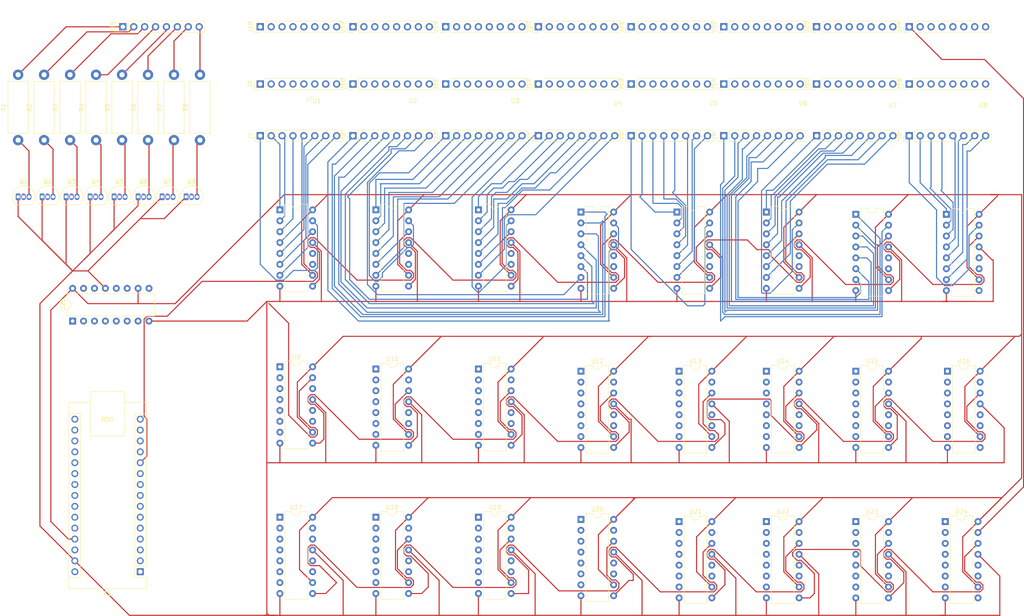
<source format=kicad_pcb>
(kicad_pcb (version 20221018) (generator pcbnew)
  (layers (0 "F.Cu" signal) (31 "B.Cu" signal) (34 "B.Paste" user) (35 "F.Paste" user) (36 "B.SilkS" user "B.Silkscreen") (37 "F.SilkS" user "F.Silkscreen") (38 "B.Mask" user) (39 "F.Mask" user) (44 "Edge.Cuts" user))
  (net 0 "")
  (net 19 "Net-(A1-+5V)")
  (net 21 "Net-(A1-D2)")
  (net 22 "Net-(A1-D3)")
  (net 23 "Net-(A1-D4)")
  (net 24 "Net-(A1-D5)")
  (net 25 "Net-(A1-D6)")
  (net 26 "Net-(A1-D7)")
  (net 27 "Net-(A1-D8)")
  (net 28 "Net-(A1-D9)")
  (net 29 "Net-(A1-D10)")
  (net 30 "Net-(Q1-C)")
  (net 31 "Net-(Q1-B)")
  (net 32 "Net-(Q1-E)")
  (net 33 "Net-(Q2-B)")
  (net 34 "Net-(Q2-E)")
  (net 35 "Net-(Q3-B)")
  (net 36 "Net-(Q3-E)")
  (net 37 "Net-(Q4-B)")
  (net 38 "Net-(Q4-E)")
  (net 39 "Net-(Q5-B)")
  (net 40 "Net-(Q5-E)")
  (net 41 "Net-(Q6-B)")
  (net 42 "Net-(Q6-E)")
  (net 43 "Net-(Q7-B)")
  (net 44 "Net-(Q7-E)")
  (net 45 "Net-(Q8-B)")
  (net 46 "Net-(Q8-E)")
  (net 47 "Net-(J1-Pin_2)")
  (net 48 "Net-(J1-Pin_3)")
  (net 49 "Net-(J1-Pin_4)")
  (net 50 "Net-(J1-Pin_5)")
  (net 51 "Net-(J1-Pin_6)")
  (net 52 "Net-(J1-Pin_7)")
  (net 53 "Net-(J1-Pin_8)")
  (net 54 "Net-(U1-QH')")
  (net 55 "Net-(J1-Pin_1)")
  (net 56 "Net-(J2-Pin_1)")
  (net 57 "Net-(J2-Pin_2)")
  (net 58 "Net-(J2-Pin_3)")
  (net 59 "Net-(J2-Pin_4)")
  (net 60 "Net-(J2-Pin_5)")
  (net 61 "Net-(J2-Pin_6)")
  (net 62 "Net-(J2-Pin_7)")
  (net 63 "Net-(J2-Pin_8)")
  (net 64 "Net-(J3-Pin_1)")
  (net 65 "Net-(J3-Pin_2)")
  (net 66 "Net-(J3-Pin_3)")
  (net 67 "Net-(J3-Pin_4)")
  (net 68 "Net-(J3-Pin_5)")
  (net 69 "Net-(J3-Pin_6)")
  (net 70 "Net-(J3-Pin_7)")
  (net 71 "Net-(J3-Pin_8)")
  (net 72 "Net-(J4-Pin_1)")
  (net 73 "Net-(J4-Pin_2)")
  (net 74 "Net-(J4-Pin_3)")
  (net 75 "Net-(J4-Pin_4)")
  (net 76 "Net-(J4-Pin_5)")
  (net 77 "Net-(J4-Pin_6)")
  (net 78 "Net-(J4-Pin_7)")
  (net 79 "Net-(J4-Pin_8)")
  (net 80 "Net-(J5-Pin_1)")
  (net 81 "Net-(J5-Pin_2)")
  (net 82 "Net-(J5-Pin_3)")
  (net 83 "Net-(J5-Pin_4)")
  (net 84 "Net-(J5-Pin_5)")
  (net 85 "Net-(J5-Pin_6)")
  (net 86 "Net-(J5-Pin_7)")
  (net 87 "Net-(J5-Pin_8)")
  (net 88 "Net-(J6-Pin_1)")
  (net 89 "Net-(J6-Pin_2)")
  (net 90 "Net-(J6-Pin_3)")
  (net 91 "Net-(J6-Pin_4)")
  (net 92 "Net-(J6-Pin_5)")
  (net 93 "Net-(J6-Pin_6)")
  (net 94 "Net-(J6-Pin_7)")
  (net 95 "Net-(J6-Pin_8)")
  (net 96 "Net-(J7-Pin_1)")
  (net 97 "Net-(J7-Pin_2)")
  (net 98 "Net-(J7-Pin_3)")
  (net 99 "Net-(J7-Pin_4)")
  (net 100 "Net-(J7-Pin_5)")
  (net 101 "Net-(J7-Pin_6)")
  (net 102 "Net-(J7-Pin_7)")
  (net 103 "Net-(J7-Pin_8)")
  (net 104 "Net-(J8-Pin_1)")
  (net 105 "Net-(J8-Pin_2)")
  (net 106 "Net-(J8-Pin_3)")
  (net 107 "Net-(J8-Pin_4)")
  (net 108 "Net-(J8-Pin_5)")
  (net 109 "Net-(J8-Pin_6)")
  (net 110 "Net-(J8-Pin_7)")
  (net 111 "Net-(J8-Pin_8)")
  (net 112 "Net-(J9-Pin_1)")
  (net 113 "Net-(J9-Pin_2)")
  (net 114 "Net-(J9-Pin_3)")
  (net 115 "Net-(J9-Pin_4)")
  (net 116 "Net-(J9-Pin_5)")
  (net 117 "Net-(J9-Pin_6)")
  (net 118 "Net-(J9-Pin_7)")
  (net 119 "Net-(J9-Pin_8)")
  (net 120 "Net-(J10-Pin_1)")
  (net 121 "Net-(J10-Pin_2)")
  (net 122 "Net-(J10-Pin_3)")
  (net 123 "Net-(J10-Pin_4)")
  (net 124 "Net-(J10-Pin_5)")
  (net 125 "Net-(J10-Pin_6)")
  (net 126 "Net-(J10-Pin_7)")
  (net 127 "Net-(J10-Pin_8)")
  (net 128 "Net-(J11-Pin_1)")
  (net 129 "Net-(J11-Pin_2)")
  (net 130 "Net-(J11-Pin_3)")
  (net 131 "Net-(J11-Pin_4)")
  (net 132 "Net-(J11-Pin_5)")
  (net 133 "Net-(J11-Pin_6)")
  (net 134 "Net-(J11-Pin_7)")
  (net 135 "Net-(J11-Pin_8)")
  (net 136 "Net-(J12-Pin_1)")
  (net 137 "Net-(J12-Pin_2)")
  (net 138 "Net-(J12-Pin_3)")
  (net 139 "Net-(J12-Pin_4)")
  (net 140 "Net-(J12-Pin_5)")
  (net 141 "Net-(J12-Pin_6)")
  (net 142 "Net-(J12-Pin_7)")
  (net 143 "Net-(J12-Pin_8)")
  (net 144 "Net-(J13-Pin_1)")
  (net 145 "Net-(J13-Pin_2)")
  (net 146 "Net-(J13-Pin_3)")
  (net 147 "Net-(J13-Pin_4)")
  (net 148 "Net-(J13-Pin_5)")
  (net 149 "Net-(J13-Pin_6)")
  (net 150 "Net-(J13-Pin_7)")
  (net 151 "Net-(J13-Pin_8)")
  (net 152 "Net-(J14-Pin_1)")
  (net 153 "Net-(J14-Pin_2)")
  (net 154 "Net-(J14-Pin_3)")
  (net 155 "Net-(J14-Pin_4)")
  (net 156 "Net-(J14-Pin_5)")
  (net 157 "Net-(J14-Pin_6)")
  (net 158 "Net-(J14-Pin_7)")
  (net 159 "Net-(J14-Pin_8)")
  (net 160 "Net-(J15-Pin_1)")
  (net 161 "Net-(J15-Pin_2)")
  (net 162 "Net-(J15-Pin_3)")
  (net 163 "Net-(J15-Pin_4)")
  (net 164 "Net-(J15-Pin_5)")
  (net 165 "Net-(J15-Pin_6)")
  (net 166 "Net-(J15-Pin_7)")
  (net 167 "Net-(J15-Pin_8)")
  (net 168 "Net-(J16-Pin_1)")
  (net 169 "Net-(J16-Pin_2)")
  (net 170 "Net-(J16-Pin_3)")
  (net 171 "Net-(J16-Pin_4)")
  (net 172 "Net-(J16-Pin_5)")
  (net 173 "Net-(J16-Pin_6)")
  (net 174 "Net-(J16-Pin_7)")
  (net 175 "Net-(J16-Pin_8)")
  (net 176 "Net-(J17-Pin_1)")
  (net 177 "Net-(J17-Pin_2)")
  (net 178 "Net-(J17-Pin_3)")
  (net 179 "Net-(J17-Pin_4)")
  (net 180 "Net-(J17-Pin_5)")
  (net 181 "Net-(J17-Pin_6)")
  (net 182 "Net-(J17-Pin_7)")
  (net 183 "Net-(J17-Pin_8)")
  (net 184 "Net-(J18-Pin_1)")
  (net 185 "Net-(J18-Pin_2)")
  (net 186 "Net-(J18-Pin_3)")
  (net 187 "Net-(J18-Pin_4)")
  (net 188 "Net-(J18-Pin_5)")
  (net 189 "Net-(J18-Pin_6)")
  (net 190 "Net-(J18-Pin_7)")
  (net 191 "Net-(J18-Pin_8)")
  (net 192 "Net-(J19-Pin_1)")
  (net 193 "Net-(J19-Pin_2)")
  (net 194 "Net-(J19-Pin_3)")
  (net 195 "Net-(J19-Pin_4)")
  (net 196 "Net-(J19-Pin_5)")
  (net 197 "Net-(J19-Pin_6)")
  (net 198 "Net-(J19-Pin_7)")
  (net 199 "Net-(J19-Pin_8)")
  (net 200 "Net-(J20-Pin_1)")
  (net 201 "Net-(J20-Pin_2)")
  (net 202 "Net-(J20-Pin_3)")
  (net 203 "Net-(J20-Pin_4)")
  (net 204 "Net-(J20-Pin_5)")
  (net 205 "Net-(J20-Pin_6)")
  (net 206 "Net-(J20-Pin_7)")
  (net 207 "Net-(J20-Pin_8)")
  (net 208 "Net-(J21-Pin_1)")
  (net 209 "Net-(J21-Pin_2)")
  (net 210 "Net-(J21-Pin_3)")
  (net 211 "Net-(J21-Pin_4)")
  (net 212 "Net-(J21-Pin_5)")
  (net 213 "Net-(J21-Pin_6)")
  (net 214 "Net-(J21-Pin_7)")
  (net 215 "Net-(J21-Pin_8)")
  (net 216 "Net-(J22-Pin_1)")
  (net 217 "Net-(J22-Pin_2)")
  (net 218 "Net-(J22-Pin_3)")
  (net 219 "Net-(J22-Pin_4)")
  (net 220 "Net-(J22-Pin_5)")
  (net 221 "Net-(J22-Pin_6)")
  (net 222 "Net-(J22-Pin_7)")
  (net 223 "Net-(J22-Pin_8)")
  (net 224 "Net-(J23-Pin_1)")
  (net 225 "Net-(J23-Pin_2)")
  (net 226 "Net-(J23-Pin_3)")
  (net 227 "Net-(J23-Pin_4)")
  (net 228 "Net-(J23-Pin_5)")
  (net 229 "Net-(J23-Pin_6)")
  (net 230 "Net-(J23-Pin_7)")
  (net 231 "Net-(J23-Pin_8)")
  (net 232 "Net-(J24-Pin_1)")
  (net 233 "Net-(J24-Pin_2)")
  (net 234 "Net-(J24-Pin_3)")
  (net 235 "Net-(J24-Pin_4)")
  (net 236 "Net-(J24-Pin_5)")
  (net 237 "Net-(J24-Pin_6)")
  (net 238 "Net-(J24-Pin_7)")
  (net 239 "Net-(J24-Pin_8)")
  (net 240 "Net-(J25-Pin_1)")
  (net 241 "Net-(J25-Pin_2)")
  (net 242 "Net-(J25-Pin_3)")
  (net 243 "Net-(J25-Pin_4)")
  (net 244 "Net-(J25-Pin_5)")
  (net 245 "Net-(J25-Pin_6)")
  (net 246 "Net-(J25-Pin_7)")
  (net 247 "Net-(J25-Pin_8)")
  (net 248 "Net-(U2-QH')")
  (net 250 "Net-(U3-QH')")
  (net 251 "Net-(U4-QH')")
  (net 252 "Net-(U5-QH')")
  (net 253 "Net-(U6-QH')")
  (net 254 "Net-(U7-QH')")
  (net 256 "Net-(U10-SER)")
  (net 257 "Net-(U10-QH')")
  (net 259 "Net-(U11-QH')")
  (net 260 "Net-(U12-QH')")
  (net 261 "Net-(U13-QH')")
  (net 262 "Net-(U14-QH')")
  (net 263 "Net-(U15-QH')")
  (net 265 "Net-(U17-QH')")
  (net 266 "Net-(U18-QH')")
  (net 268 "Net-(U19-QH')")
  (net 269 "Net-(U20-QH')")
  (net 270 "Net-(U21-QH')")
  (net 271 "Net-(U22-QH')")
  (net 272 "Net-(U23-QH')")
  (footprint "Package_DIP:DIP-16_W7.62mm" (layer "F.Cu") (at 150.876 103.124)
    (fp_text reference "U12")
    (fp_text value "74HC595")
  )
  (footprint "Resistor_THT:R_Axial_DIN0414_L11.9mm_D4.5mm_P15.24mm_Horizontal" (layer "F.Cu") (at 62.162 49.276 90)
    (fp_text reference "R8")
    (fp_text value "R")
  )
  (footprint "Connector_PinHeader_2.54mm:PinHeader_1x08_P2.54mm_Vertical" (layer "F.Cu") (at 205.74 36.195 90)
    (fp_text reference "J15")
    (fp_text value "Conn_01x08_Pin")
  )
  (footprint "Connector_PinHeader_2.54mm:PinHeader_1x08_P2.54mm_Vertical" (layer "F.Cu") (at 162.56 22.86 90)
    (fp_text reference "J21")
    (fp_text value "Conn_01x08_Pin")
  )
  (footprint "Connector_PinHeader_2.54mm:PinHeader_1x08_P2.54mm_Vertical" (layer "F.Cu") (at 119.38 48.26 90)
    (fp_text reference "J3")
    (fp_text value "Conn_01x08_Pin")
  )
  (footprint "Package_TO_SOT_THT:TO-92_Inline" (layer "F.Cu") (at 42.164 62.484)
    (fp_text reference "Q5")
    (fp_text value "BC557")
  )
  (footprint "Package_DIP:DIP-16_W7.62mm" (layer "F.Cu") (at 80.772 137.16)
    (fp_text reference "U17")
    (fp_text value "74HC595")
  )
  (footprint "Connector_PinHeader_2.54mm:PinHeader_1x08_P2.54mm_Vertical" (layer "F.Cu") (at 227.33 36.195 90)
    (fp_text reference "J16")
    (fp_text value "Conn_01x08_Pin")
  )
  (footprint "Resistor_THT:R_Axial_DIN0414_L11.9mm_D4.5mm_P15.24mm_Horizontal" (layer "F.Cu") (at 50.062 49.276 90)
    (fp_text reference "R6")
    (fp_text value "R")
  )
  (footprint "Connector_PinHeader_2.54mm:PinHeader_1x08_P2.54mm_Vertical" (layer "F.Cu") (at 119.38 22.86 90)
    (fp_text reference "J19")
    (fp_text value "Conn_01x08_Pin")
  )
  (footprint "Package_DIP:DIP-16_W7.62mm" (layer "F.Cu") (at 214.884 138.176)
    (fp_text reference "U23")
    (fp_text value "74HC595")
  )
  (footprint "Resistor_THT:R_Axial_DIN0414_L11.9mm_D4.5mm_P15.24mm_Horizontal" (layer "F.Cu") (at 44.012 49.276 90)
    (fp_text reference "R5")
    (fp_text value "R")
  )
  (footprint "Package_DIP:DIP-16_W7.62mm" (layer "F.Cu") (at 127 102.616)
    (fp_text reference "U11")
    (fp_text value "74HC595")
  )
  (footprint "Connector_PinHeader_2.54mm:PinHeader_1x08_P2.54mm_Vertical" (layer "F.Cu") (at 76.2 36.195 90)
    (fp_text reference "J9")
    (fp_text value "Conn_01x08_Pin")
  )
  (footprint "Connector_PinHeader_2.54mm:PinHeader_1x08_P2.54mm_Vertical" (layer "F.Cu") (at 97.79 36.195 90)
    (fp_text reference "J10")
    (fp_text value "Conn_01x08_Pin")
  )
  (footprint "Package_DIP:DIP-16_W7.62mm" (layer "F.Cu") (at 103.124 65.532)
    (fp_text reference "U2")
    (fp_text value "74HC595")
  )
  (footprint "Connector_PinHeader_2.54mm:PinHeader_1x08_P2.54mm_Vertical" (layer "F.Cu") (at 76.2 48.26 90)
    (fp_text reference "J1")
    (fp_text value "Conn_01x08_Pin")
  )
  (footprint "Connector_PinHeader_2.54mm:PinHeader_1x08_P2.54mm_Vertical" (layer "F.Cu") (at 140.97 22.86 90)
    (fp_text reference "J20")
    (fp_text value "Conn_01x08_Pin")
  )
  (footprint "Package_DIP:DIP-16_W7.62mm" (layer "F.Cu") (at 127 137.16)
    (fp_text reference "U19")
    (fp_text value "74HC595")
  )
  (footprint "Connector_PinHeader_2.54mm:PinHeader_1x08_P2.54mm_Vertical" (layer "F.Cu") (at 205.755 48.26 90)
    (fp_text reference "J7")
    (fp_text value "Conn_01x08_Pin")
  )
  (footprint "Resistor_THT:R_Axial_DIN0414_L11.9mm_D4.5mm_P15.24mm_Horizontal" (layer "F.Cu") (at 19.812 49.276 90)
    (fp_text reference "R1")
    (fp_text value "R")
  )
  (footprint "Resistor_THT:R_Axial_DIN0414_L11.9mm_D4.5mm_P15.24mm_Horizontal" (layer "F.Cu") (at 56.112 49.276 90)
    (fp_text reference "R7")
    (fp_text value "R")
  )
  (footprint "Package_TO_SOT_THT:TO-92_Inline" (layer "F.Cu") (at 25.4 62.484)
    (fp_text reference "Q2")
    (fp_text value "BC557")
  )
  (footprint "Package_DIP:DIP-16_W7.62mm" (layer "F.Cu") (at 173.736 103.124)
    (fp_text reference "U13")
    (fp_text value "74HC595")
  )
  (footprint "Package_DIP:DIP-16_W7.62mm" (layer "F.Cu") (at 235.97 66.548)
    (fp_text reference "U8")
    (fp_text value "74HC595")
  )
  (footprint "Package_DIP:DIP-16_W7.62mm" (layer "F.Cu") (at 194.056 138.176)
    (fp_text reference "U22")
    (fp_text value "74HC595")
  )
  (footprint "Package_DIP:DIP-16_W7.62mm" (layer "F.Cu") (at 103.124 137.16)
    (fp_text reference "U18")
    (fp_text value "74HC595")
  )
  (footprint "Connector_PinHeader_2.54mm:PinHeader_1x08_P2.54mm_Vertical" (layer "F.Cu") (at 162.56 36.195 90)
    (fp_text reference "J13")
    (fp_text value "Conn_01x08_Pin")
  )
  (footprint "Connector_PinHeader_2.54mm:PinHeader_1x08_P2.54mm_Vertical" (layer "F.Cu") (at 184.15 22.86 90)
    (fp_text reference "J22")
    (fp_text value "Conn_01x08_Pin")
  )
  (footprint "Package_DIP:DIP-16_W7.62mm" (layer "F.Cu") (at 194.056 66.04)
    (fp_text reference "U6")
    (fp_text value "74HC595")
  )
  (footprint "Connector_PinHeader_2.54mm:PinHeader_1x08_P2.54mm_Vertical" (layer "F.Cu") (at 97.79 48.26 90)
    (fp_text reference "J2")
    (fp_text value "Conn_01x08_Pin")
  )
  (footprint "Connector_PinHeader_2.54mm:PinHeader_1x08_P2.54mm_Vertical" (layer "F.Cu") (at 140.97 48.26 90)
    (fp_text reference "J4")
    (fp_text value "Conn_01x08_Pin")
  )
  (footprint "Resistor_THT:R_Axial_DIN0414_L11.9mm_D4.5mm_P15.24mm_Horizontal" (layer "F.Cu") (at 31.912 49.276 90)
    (fp_text reference "R3")
    (fp_text value "R")
  )
  (footprint "Package_TO_SOT_THT:TO-92_Inline" (layer "F.Cu") (at 19.812 62.484)
    (fp_text reference "Q1")
    (fp_text value "BC557")
  )
  (footprint "Package_DIP:DIP-16_W7.62mm" (layer "F.Cu") (at 80.772 102.108)
    (fp_text reference "U9")
    (fp_text value "74HC595")
  )
  (footprint "Connector_PinHeader_2.54mm:PinHeader_1x08_P2.54mm_Vertical" (layer "F.Cu") (at 227.33 22.86 90)
    (fp_text reference "J24")
    (fp_text value "Conn_01x08_Pin")
  )
  (footprint "Connector_PinHeader_2.54mm:PinHeader_1x08_P2.54mm_Vertical" (layer "F.Cu") (at 205.74 22.86 90)
    (fp_text reference "J23")
    (fp_text value "Conn_01x08_Pin")
  )
  (footprint "Connector_PinHeader_2.54mm:PinHeader_1x08_P2.54mm_Vertical" (layer "F.Cu") (at 162.56 48.26 90)
    (fp_text reference "J5")
    (fp_text value "Conn_01x08_Pin")
  )
  (footprint "Connector_PinHeader_2.54mm:PinHeader_1x08_P2.54mm_Vertical" (layer "F.Cu") (at 76.2 22.86 90)
    (fp_text reference "J18")
    (fp_text value "Conn_01x08_Pin")
  )
  (footprint "Package_DIP:DIP-16_W7.62mm" (layer "F.Cu") (at 194.056 103.124)
    (fp_text reference "U14")
    (fp_text value "74HC595")
  )
  (footprint "Connector_PinHeader_2.54mm:PinHeader_1x08_P2.54mm_Vertical" (layer "F.Cu") (at 184.15 36.195 90)
    (fp_text reference "J14")
    (fp_text value "Conn_01x08_Pin")
  )
  (footprint "Package_TO_SOT_THT:TO-92_Inline" (layer "F.Cu") (at 30.988 62.484)
    (fp_text reference "Q3")
    (fp_text value "BC557")
  )
  (footprint "Connector_PinHeader_2.54mm:PinHeader_1x08_P2.54mm_Vertical" (layer "F.Cu") (at 97.79 22.86 90)
    (fp_text reference "J17")
    (fp_text value "Conn_01x08_Pin")
  )
  (footprint "Connector_PinHeader_2.54mm:PinHeader_1x08_P2.54mm_Vertical" (layer "F.Cu") (at 227.33 48.26 90)
    (fp_text reference "J8")
    (fp_text value "Conn_01x08_Pin")
  )
  (footprint "Connector_PinHeader_2.54mm:PinHeader_1x08_P2.54mm_Vertical" (layer "F.Cu") (at 184.15 48.26 90)
    (fp_text reference "J6")
    (fp_text value "Conn_01x08_Pin")
  )
  (footprint "Package_DIP:DIP-16_W7.62mm" (layer "F.Cu") (at 214.884 66.548)
    (fp_text reference "U7")
    (fp_text value "74HC595")
  )
  (footprint "Package_DIP:DIP-16_W7.62mm" (layer "F.Cu") (at 173.228 66.04)
    (fp_text reference "U5")
    (fp_text value "74HC595")
  )
  (footprint "Resistor_THT:R_Axial_DIN0414_L11.9mm_D4.5mm_P15.24mm_Horizontal" (layer "F.Cu") (at 25.862 49.276 90)
    (fp_text reference "R2")
    (fp_text value "R")
  )
  (footprint "Package_DIP:DIP-16_W7.62mm" (layer "F.Cu") (at 235.712 138.176)
    (fp_text reference "U24")
    (fp_text value "74HC595")
  )
  (footprint "Package_DIP:DIP-16_W7.62mm" (layer "F.Cu") (at 173.736 138.176)
    (fp_text reference "U21")
    (fp_text value "74HC595")
  )
  (footprint "Package_DIP:DIP-16_W7.62mm" (layer "F.Cu") (at 150.876 66.04)
    (fp_text reference "U4")
    (fp_text value "74HC595")
  )
  (footprint "Package_TO_SOT_THT:TO-92_Inline" (layer "F.Cu") (at 58.928 62.484)
    (fp_text reference "Q8")
    (fp_text value "BC557")
  )
  (footprint "Resistor_THT:R_Axial_DIN0414_L11.9mm_D4.5mm_P15.24mm_Horizontal" (layer "F.Cu") (at 37.962 49.276 90)
    (fp_text reference "R4")
    (fp_text value "R")
  )
  (footprint "Package_DIP:DIP-16_W7.62mm" (layer "F.Cu") (at 80.772 65.532)
    (fp_text reference "U1")
    (fp_text value "74HC595")
  )
  (footprint "Package_TO_SOT_THT:TO-92_Inline" (layer "F.Cu") (at 53.34 62.484)
    (fp_text reference "Q7")
    (fp_text value "BC557")
  )
  (footprint "Package_TO_SOT_THT:TO-92_Inline" (layer "F.Cu") (at 47.752 62.484)
    (fp_text reference "Q6")
    (fp_text value "BC557")
  )
  (footprint "Connector_PinHeader_2.54mm:PinHeader_1x08_P2.54mm_Vertical" (layer "F.Cu") (at 140.97 36.195 90)
    (fp_text reference "J12")
    (fp_text value "Conn_01x08_Pin")
  )
  (footprint "Module:Arduino_Nano" (layer "F.Cu") (at 48.26 149.86 180)
    (fp_text reference "A1")
    (fp_text value "Arduino_Nano_v2.x")
  )
  (footprint "Package_TO_SOT_THT:TO-92_Inline" (layer "F.Cu") (at 36.576 62.484)
    (fp_text reference "Q4")
    (fp_text value "BC557")
  )
  (footprint "Connector_PinHeader_2.54mm:PinHeader_1x08_P2.54mm_Vertical" (layer "F.Cu") (at 119.38 36.195 90)
    (fp_text reference "J11")
    (fp_text value "Conn_01x08_Pin")
  )
  (footprint "Package_DIP:DIP-16_W7.62mm" (layer "F.Cu") (at 127 65.532)
    (fp_text reference "U3")
    (fp_text value "74HC595")
  )
  (footprint "Package_DIP:DIP-16_W7.62mm" (layer "F.Cu") (at 32.512 91.44 90)
    (fp_text reference "U25")
    (fp_text value "74HC595")
  )
  (footprint "Package_DIP:DIP-16_W7.62mm" (layer "F.Cu") (at 150.876 137.668)
    (fp_text reference "U20")
    (fp_text value "74HC595")
  )
  (footprint "Package_DIP:DIP-16_W7.62mm" (layer "F.Cu") (at 236.22 103.124)
    (fp_text reference "U16")
    (fp_text value "74HC595")
  )
  (footprint "Package_DIP:DIP-16_W7.62mm" (layer "F.Cu") (at 214.884 103.124)
    (fp_text reference "U15")
    (fp_text value "74HC595")
  )
  (footprint "Connector_PinHeader_2.54mm:PinHeader_1x08_P2.54mm_Vertical" (layer "F.Cu") (at 44.196 22.86 90)
    (fp_text reference "J25")
    (fp_text value "Conn_01x08_Pin")
  )
  (footprint "Package_DIP:DIP-16_W7.62mm" (layer "F.Cu") (at 103.124 102.616)
    (fp_text reference "U10")
    (fp_text value "74HC595")
  )
  (segment (start 134.62 65.532) (end 138.176 61.976) (width 0.25) (layer "F.Cu") (net 19))
  (segment (start 88.392 102.108) (end 95.504 94.996) (width 0.25) (layer "F.Cu") (net 19))
  (segment (start 177.8 149.86) (end 177.8 141.732) (width 0.25) (layer "F.Cu") (net 19))
  (segment (start 201.676 81.28) (end 198.12 77.724) (width 0.25) (layer "F.Cu") (net 19))
  (segment (start 222.504 118.364) (end 218.948 114.808) (width 0.25) (layer "F.Cu") (net 19))
  (segment (start 110.744 65.532) (end 114.3 61.976) (width 0.25) (layer "F.Cu") (net 19))
  (segment (start 27.432 88.9) (end 27.432 138.176) (width 0.25) (layer "F.Cu") (net 19))
  (segment (start 243.59 81.788) (end 240.792 78.99) (width 0.25) (layer "F.Cu") (net 19))
  (segment (start 158.496 118.364) (end 154.94 114.808) (width 0.25) (layer "F.Cu") (net 19))
  (segment (start 248.92 132.588) (end 243.332 138.176) (width 0.25) (layer "F.Cu") (net 19))
  (segment (start 209.804 94.996) (end 210.312 94.996) (width 0.25) (layer "F.Cu") (net 19))
  (segment (start 131.572 140.208) (end 134.62 137.16) (width 0.25) (layer "F.Cu") (net 19))
  (segment (start 56.388 87.376) (end 47.752 87.376) (width 0.25) (layer "F.Cu") (net 19))
  (segment (start 134.62 152.4) (end 131.572 149.352) (width 0.25) (layer "F.Cu") (net 19))
  (segment (start 207.264 132.588) (end 228.092 132.588) (width 0.25) (layer "F.Cu") (net 19))
  (segment (start 201.676 118.364) (end 198.12 114.808) (width 0.25) (layer "F.Cu") (net 19))
  (segment (start 239.776 141.732) (end 243.332 138.176) (width 0.25) (layer "F.Cu") (net 19))
  (segment (start 177.8 141.732) (end 181.356 138.176) (width 0.25) (layer "F.Cu") (net 19))
  (segment (start 198.12 69.596) (end 201.676 66.04) (width 0.25) (layer "F.Cu") (net 19))
  (segment (start 88.392 137.16) (end 92.964 132.588) (width 0.25) (layer "F.Cu") (net 19))
  (segment (start 84.836 105.664) (end 84.836 113.792) (width 0.25) (layer "F.Cu") (net 19))
  (segment (start 253.492 61.976) (end 246.38 61.976) (width 0.25) (layer "F.Cu") (net 19))
  (segment (start 134.62 137.16) (end 139.192 132.588) (width 0.25) (layer "F.Cu") (net 19))
  (segment (start 88.392 80.772) (end 85.852 78.232) (width 0.25) (layer "F.Cu") (net 19))
  (segment (start 166.624 94.996) (end 167.132 94.996) (width 0.25) (layer "F.Cu") (net 19))
  (segment (start 107.188 114.3) (end 107.188 106.172) (width 0.25) (layer "F.Cu") (net 19))
  (segment (start 158.496 66.04) (end 162.56 61.976) (width 0.25) (layer "F.Cu") (net 19))
  (segment (start 243.84 103.124) (end 251.968 94.996) (width 0.25) (layer "F.Cu") (net 19))
  (segment (start 219.456 141.224) (end 222.504 138.176) (width 0.25) (layer "F.Cu") (net 19))
  (segment (start 85.344 140.208) (end 88.392 137.16) (width 0.25) (layer "F.Cu") (net 19))
  (segment (start 154.94 149.352) (end 154.94 141.224) (width 0.25) (layer "F.Cu") (net 19))
  (segment (start 110.744 152.4) (end 107.696 149.352) (width 0.25) (layer "F.Cu") (net 19))
  (segment (start 222.504 66.548) (end 227.076 61.976) (width 0.25) (layer "F.Cu") (net 19))
  (segment (start 198.12 149.86) (end 198.12 141.732) (width 0.25) (layer "F.Cu") (net 19))
  (segment (start 205.74 61.976) (end 227.076 61.976) (width 0.25) (layer "F.Cu") (net 19))
  (segment (start 131.572 105.664) (end 134.62 102.616) (width 0.25) (layer "F.Cu") (net 19))
  (segment (start 88.392 152.4) (end 85.344 149.352) (width 0.25) (layer "F.Cu") (net 19))
  (segment (start 154.94 106.68) (end 158.496 103.124) (width 0.25) (layer "F.Cu") (net 19))
  (segment (start 132.08 68.072) (end 134.62 65.532) (width 0.25) (layer "F.Cu") (net 19))
  (segment (start 180.848 66.04) (end 184.912 61.976) (width 0.25) (layer "F.Cu") (net 19))
  (segment (start 222.504 153.416) (end 219.456 150.368) (width 0.25) (layer "F.Cu") (net 19))
  (segment (start 178.308 115.316) (end 178.308 106.172) (width 0.25) (layer "F.Cu") (net 19))
  (segment (start 27.432 138.176) (end 31.496 142.24) (width 0.25) (layer "F.Cu") (net 19))
  (segment (start 252.984 94.996) (end 253.492 94.488) (width 0.25) (layer "F.Cu") (net 19))
  (segment (start 142.24 94.996) (end 167.132 94.996) (width 0.25) (layer "F.Cu") (net 19))
  (segment (start 155.448 69.088) (end 158.496 66.04) (width 0.25) (layer "F.Cu") (net 19))
  (segment (start 201.676 66.04) (end 205.74 61.976) (width 0.25) (layer "F.Cu") (net 19))
  (segment (start 239.776 149.86) (end 239.776 141.732) (width 0.25) (layer "F.Cu") (net 19))
  (segment (start 201.676 103.124) (end 209.804 94.996) (width 0.25) (layer "F.Cu") (net 19))
  (segment (start 243.84 118.364) (end 240.284 114.808) (width 0.25) (layer "F.Cu") (net 19))
  (segment (start 154.94 141.224) (end 158.496 137.668) (width 0.25) (layer "F.Cu") (net 19))
  (segment (start 218.948 114.808) (end 218.948 106.68) (width 0.25) (layer "F.Cu") (net 19))
  (segment (start 178.308 106.172) (end 181.356 103.124) (width 0.25) (layer "F.Cu") (net 19))
  (segment (start 134.62 102.616) (end 142.24 94.996) (width 0.25) (layer "F.Cu") (net 19))
  (segment (start 228.092 132.588) (end 248.92 132.588) (width 0.25) (layer "F.Cu") (net 19))
  (segment (start 181.356 153.416) (end 177.8 149.86) (width 0.25) (layer "F.Cu") (net 19))
  (segment (start 167.132 94.996) (end 189.484 94.996) (width 0.25) (layer "F.Cu") (net 19))
  (segment (start 240.284 114.808) (end 240.284 106.68) (width 0.25) (layer "F.Cu") (net 19))
  (segment (start 138.176 61.976) (end 162.56 61.976) (width 0.25) (layer "F.Cu") (net 19))
  (segment (start 85.852 68.072) (end 88.392 65.532) (width 0.25) (layer "F.Cu") (net 19))
  (segment (start 219.456 78.74) (end 219.456 69.596) (width 0.25) (layer "F.Cu") (net 19))
  (segment (start 131.572 149.352) (end 131.572 140.208) (width 0.25) (layer "F.Cu") (net 19))
  (segment (start 240.792 69.346) (end 243.59 66.548) (width 0.25) (layer "F.Cu") (net 19))
  (segment (start 240.284 106.68) (end 243.84 103.124) (width 0.25) (layer "F.Cu") (net 19))
  (segment (start 118.364 94.996) (end 142.24 94.996) (width 0.25) (layer "F.Cu") (net 19))
  (segment (start 247.904 61.976) (end 247.904 62.234) (width 0.25) (layer "F.Cu") (net 19))
  (segment (start 31.496 142.24) (end 33.02 142.24) (width 0.25) (layer "F.Cu") (net 19))
  (segment (start 177.292 77.724) (end 177.292 69.596) (width 0.25) (layer "F.Cu") (net 19))
  (segment (start 181.356 103.124) (end 189.484 94.996) (width 0.25) (layer "F.Cu") (net 19))
  (segment (start 180.848 81.28) (end 177.292 77.724) (width 0.25) (layer "F.Cu") (net 19))
  (segment (start 219.456 69.596) (end 222.504 66.548) (width 0.25) (layer "F.Cu") (net 19))
  (segment (start 132.08 78.232) (end 132.08 68.072) (width 0.25) (layer "F.Cu") (net 19))
  (segment (start 201.676 153.416) (end 198.12 149.86) (width 0.25) (layer "F.Cu") (net 19))
  (segment (start 110.744 80.772) (end 108.204 78.232) (width 0.25) (layer "F.Cu") (net 19))
  (segment (start 110.744 102.616) (end 118.364 94.996) (width 0.25) (layer "F.Cu") (net 19))
  (segment (start 84.836 113.792) (end 88.392 117.348) (width 0.25) (layer "F.Cu") (net 19))
  (segment (start 247.904 62.234) (end 243.59 66.548) (width 0.25) (layer "F.Cu") (net 19))
  (segment (start 131.572 114.808) (end 131.572 105.664) (width 0.25) (layer "F.Cu") (net 19))
  (segment (start 115.824 132.588) (end 139.192 132.588) (width 0.25) (layer "F.Cu") (net 19))
  (segment (start 158.496 103.124) (end 166.624 94.996) (width 0.25) (layer "F.Cu") (net 19))
  (segment (start 253.492 128.016) (end 253.492 94.488) (width 0.25) (layer "F.Cu") (net 19))
  (segment (start 222.504 138.176) (end 228.092 132.588) (width 0.25) (layer "F.Cu") (net 19))
  (segment (start 36.068 87.376) (end 32.512 83.82) (width 0.25) (layer "F.Cu") (net 19))
  (segment (start 210.312 94.996) (end 230.124 94.996) (width 0.25) (layer "F.Cu") (net 19))
  (segment (start 92.964 132.588) (end 115.824 132.588) (width 0.25) (layer "F.Cu") (net 19))
  (segment (start 85.344 149.352) (end 85.344 140.208) (width 0.25) (layer "F.Cu") (net 19))
  (segment (start 108.204 68.072) (end 110.744 65.532) (width 0.25) (layer "F.Cu") (net 19))
  (segment (start 162.56 61.976) (end 184.912 61.976) (width 0.25) (layer "F.Cu") (net 19))
  (segment (start 240.792 78.99) (end 240.792 69.346) (width 0.25) (layer "F.Cu") (net 19))
  (segment (start 243.332 138.176) (end 253.492 128.016) (width 0.25) (layer "F.Cu") (net 19))
  (segment (start 163.576 132.588) (end 164.084 132.588) (width 0.25) (layer "F.Cu") (net 19))
  (segment (start 198.12 77.724) (end 198.12 69.596) (width 0.25) (layer "F.Cu") (net 19))
  (segment (start 85.852 78.232) (end 85.852 68.072) (width 0.25) (layer "F.Cu") (net 19))
  (segment (start 47.752 83.82) (end 47.752 87.376) (width 0.25) (layer "F.Cu") (net 19))
  (segment (start 246.38 61.976) (end 247.904 61.976) (width 0.25) (layer "F.Cu") (net 19))
  (segment (start 243.332 153.416) (end 239.776 149.86) (width 0.25) (layer "F.Cu") (net 19))
  (segment (start 134.62 80.772) (end 132.08 78.232) (width 0.25) (layer "F.Cu") (net 19))
  (segment (start 181.356 138.176) (end 186.944 132.588) (width 0.25) (layer "F.Cu") (net 19))
  (segment (start 139.192 132.588) (end 163.068 132.588) (width 0.25) (layer "F.Cu") (net 19))
  (segment (start 230.124 94.996) (end 251.968 94.996) (width 0.25) (layer "F.Cu") (net 19))
  (segment (start 198.12 141.732) (end 201.676 138.176) (width 0.25) (layer "F.Cu") (net 19))
  (segment (start 107.696 140.208) (end 110.744 137.16) (width 0.25) (layer "F.Cu") (net 19))
  (segment (start 158.496 81.28) (end 155.448 78.232) (width 0.25) (layer "F.Cu") (net 19))
  (segment (start 186.944 132.588) (end 207.264 132.588) (width 0.25) (layer "F.Cu") (net 19))
  (segment (start 115.316 132.588) (end 115.824 132.588) (width 0.25) (layer "F.Cu") (net 19))
  (segment (start 81.788 61.976) (end 56.388 87.376) (width 0.25) (layer "F.Cu") (net 19))
  (segment (start 222.504 81.788) (end 219.456 78.74) (width 0.25) (layer "F.Cu") (net 19))
  (segment (start 107.696 149.352) (end 107.696 140.208) (width 0.25) (layer "F.Cu") (net 19))
  (segment (start 91.948 61.976) (end 93.472 61.976) (width 0.25) (layer "F.Cu") (net 19))
  (segment (start 47.752 87.376) (end 36.068 87.376) (width 0.25) (layer "F.Cu") (net 19))
  (segment (start 108.204 78.232) (end 108.204 68.072) (width 0.25) (layer "F.Cu") (net 19))
  (segment (start 201.676 138.176) (end 207.264 132.588) (width 0.25) (layer "F.Cu") (net 19))
  (segment (start 181.356 118.364) (end 178.308 115.316) (width 0.25) (layer "F.Cu") (net 19))
  (segment (start 95.504 94.996) (end 118.364 94.996) (width 0.25) (layer "F.Cu") (net 19))
  (segment (start 219.456 150.368) (end 219.456 141.224) (width 0.25) (layer "F.Cu") (net 19))
  (segment (start 227.076 61.976) (end 246.38 61.976) (width 0.25) (layer "F.Cu") (net 19))
  (segment (start 230.124 95.504) (end 230.124 94.996) (width 0.25) (layer "F.Cu") (net 19))
  (segment (start 134.62 117.856) (end 131.572 114.808) (width 0.25) (layer "F.Cu") (net 19))
  (segment (start 253.492 94.488) (end 253.492 61.976) (width 0.25) (layer "F.Cu") (net 19))
  (segment (start 177.292 69.596) (end 180.848 66.04) (width 0.25) (layer "F.Cu") (net 19))
  (segment (start 114.3 61.976) (end 138.176 61.976) (width 0.25) (layer "F.Cu") (net 19))
  (segment (start 155.448 78.232) (end 155.448 69.088) (width 0.25) (layer "F.Cu") (net 19))
  (segment (start 218.948 106.68) (end 222.504 103.124) (width 0.25) (layer "F.Cu") (net 19))
  (segment (start 158.496 137.668) (end 163.068 133.096) (width 0.25) (layer "F.Cu") (net 19))
  (segment (start 189.484 94.996) (end 210.312 94.996) (width 0.25) (layer "F.Cu") (net 19))
  (segment (start 93.472 61.976) (end 114.3 61.976) (width 0.25) (layer "F.Cu") (net 19))
  (segment (start 222.504 103.124) (end 230.124 95.504) (width 0.25) (layer "F.Cu") (net 19))
  (segment (start 198.12 114.808) (end 198.12 106.68) (width 0.25) (layer "F.Cu") (net 19))
  (segment (start 163.068 133.096) (end 163.068 132.588) (width 0.25) (layer "F.Cu") (net 19))
  (segment (start 158.496 137.668) (end 163.576 132.588) (width 0.25) (layer "F.Cu") (net 19))
  (segment (start 110.744 137.16) (end 115.316 132.588) (width 0.25) (layer "F.Cu") (net 19))
  (segment (start 198.12 106.68) (end 201.676 103.124) (width 0.25) (layer "F.Cu") (net 19))
  (segment (start 88.392 102.108) (end 84.836 105.664) (width 0.25) (layer "F.Cu") (net 19))
  (segment (start 32.512 83.82) (end 27.432 88.9) (width 0.25) (layer "F.Cu") (net 19))
  (segment (start 163.068 132.588) (end 164.084 132.588) (width 0.25) (layer "F.Cu") (net 19))
  (segment (start 154.94 114.808) (end 154.94 106.68) (width 0.25) (layer "F.Cu") (net 19))
  (segment (start 158.496 152.908) (end 154.94 149.352) (width 0.25) (layer "F.Cu") (net 19))
  (segment (start 93.472 61.976) (end 81.788 61.976) (width 0.25) (layer "F.Cu") (net 19))
  (segment (start 164.084 132.588) (end 186.944 132.588) (width 0.25) (layer "F.Cu") (net 19))
  (segment (start 88.392 65.532) (end 91.948 61.976) (width 0.25) (layer "F.Cu") (net 19))
  (segment (start 184.912 61.976) (end 205.74 61.976) (width 0.25) (layer "F.Cu") (net 19))
  (segment (start 107.188 106.172) (end 110.744 102.616) (width 0.25) (layer "F.Cu") (net 19))
  (segment (start 110.744 117.856) (end 107.188 114.3) (width 0.25) (layer "F.Cu") (net 19))
  (segment (start 251.968 94.996) (end 252.984 94.996) (width 0.25) (layer "F.Cu") (net 19))
  (segment (start 49.784 122.936) (end 48.26 124.46) (width 0.25) (layer "F.Cu") (net 27))
  (segment (start 87.926009 79.647) (end 88.857991 79.647) (width 0.25) (layer "F.Cu") (net 27))
  (segment (start 54.523 90.315) (end 49.826009 90.315) (width 0.25) (layer "F.Cu") (net 27))
  (segment (start 49.167 90.974009) (end 49.167 113.616009) (width 0.25) (layer "F.Cu") (net 27))
  (segment (start 86.36 78.080991) (end 87.926009 79.647) (width 0.25) (layer "F.Cu") (net 27))
  (segment (start 49.784 114.233009) (end 49.784 122.936) (width 0.25) (layer "F.Cu") (net 27))
  (segment (start 88.567991 82.187) (end 62.651 82.187) (width 0.25) (layer "F.Cu") (net 27))
  (segment (start 86.36 72.644) (end 86.36 78.080991) (width 0.25) (layer "F.Cu") (net 27))
  (segment (start 49.167 113.616009) (end 49.784 114.233009) (width 0.25) (layer "F.Cu") (net 27))
  (segment (start 88.857991 79.647) (end 89.517 80.306009) (width 0.25) (layer "F.Cu") (net 27))
  (segment (start 89.517 81.237991) (end 88.567991 82.187) (width 0.25) (layer "F.Cu") (net 27))
  (segment (start 89.517 80.306009) (end 89.517 81.237991) (width 0.25) (layer "F.Cu") (net 27))
  (segment (start 62.651 82.187) (end 54.523 90.315) (width 0.25) (layer "F.Cu") (net 27))
  (segment (start 88.392 70.612) (end 86.36 72.644) (width 0.25) (layer "F.Cu") (net 27))
  (segment (start 49.826009 90.315) (end 49.167 90.974009) (width 0.25) (layer "F.Cu") (net 27))
  (segment (start 112.776 75.184) (end 112.776 86.868) (width 0.25) (layer "F.Cu") (net 30))
  (segment (start 150.876 86.868) (end 161.544 86.868) (width 0.25) (layer "F.Cu") (net 30))
  (segment (start 47.752 64.516) (end 41.148 71.12) (width 0.25) (layer "F.Cu") (net 30))
  (segment (start 185.42 124.46) (end 173.736 124.46) (width 0.25) (layer "F.Cu") (net 30))
  (segment (start 158.496 73.66) (end 161.544 76.708) (width 0.25) (layer "F.Cu") (net 30))
  (segment (start 173.228 83.82) (end 173.228 86.868) (width 0.25) (layer "F.Cu") (net 30))
  (segment (start 226.568 160.02) (end 214.884 160.02) (width 0.25) (layer "F.Cu") (net 30))
  (segment (start 32.004 80.264) (end 24.892 87.376) (width 0.25) (layer "F.Cu") (net 30))
  (segment (start 194.056 83.82) (end 194.056 86.868) (width 0.25) (layer "F.Cu") (net 30))
  (segment (start 134.62 110.236) (end 137.668 113.284) (width 0.25) (layer "F.Cu") (net 30))
  (segment (start 136.652 75.184) (end 136.652 86.868) (width 0.25) (layer "F.Cu") (net 30))
  (segment (start 235.712 155.956) (end 235.712 160.02) (width 0.25) (layer "F.Cu") (net 30))
  (segment (start 194.056 120.904) (end 194.056 124.46) (width 0.25) (layer "F.Cu") (net 30))
  (segment (start 88.392 73.152) (end 90.424 75.184) (width 0.25) (layer "F.Cu") (net 30))
  (segment (start 110.744 73.152) (end 112.776 75.184) (width 0.25) (layer "F.Cu") (net 30))
  (segment (start 234.696 124.46) (end 226.568 124.46) (width 0.25) (layer "F.Cu") (net 30))
  (segment (start 19.812 67.056) (end 32.258 79.502) (width 0.25) (layer "F.Cu") (net 30))
  (segment (start 78.232 160.02) (end 77.724 159.512) (width 0.25) (layer "F.Cu") (net 30))
  (segment (start 214.884 120.904) (end 214.884 124.46) (width 0.25) (layer "F.Cu") (net 30))
  (segment (start 42.164 62.484) (end 42.164 70.104) (width 0.25) (layer "F.Cu") (net 30))
  (segment (start 134.62 144.78) (end 140.208 150.368) (width 0.25) (layer "F.Cu") (net 30))
  (segment (start 25.4 72.644) (end 32.258 79.502) (width 0.25) (layer "F.Cu") (net 30))
  (segment (start 186.944 160.02) (end 173.736 160.02) (width 0.25) (layer "F.Cu") (net 30))
  (segment (start 95.504 151.892) (end 95.504 160.02) (width 0.25) (layer "F.Cu") (net 30))
  (segment (start 235.204 86.868) (end 236.22 86.868) (width 0.25) (layer "F.Cu") (net 30))
  (segment (start 127 160.02) (end 117.856 160.02) (width 0.25) (layer "F.Cu") (net 30))
  (segment (start 226.568 124.46) (end 214.884 124.46) (width 0.25) (layer "F.Cu") (net 30))
  (segment (start 80.772 83.312) (end 80.772 86.868) (width 0.25) (layer "F.Cu") (net 30))
  (segment (start 77.724 160.02) (end 77.216 160.02) (width 0.25) (layer "F.Cu") (net 30))
  (segment (start 161.544 86.868) (end 173.228 86.868) (width 0.25) (layer "F.Cu") (net 30))
  (segment (start 140.208 160.02) (end 127 160.02) (width 0.25) (layer "F.Cu") (net 30))
  (segment (start 183.896 86.868) (end 194.056 86.868) (width 0.25) (layer "F.Cu") (net 30))
  (segment (start 173.736 124.46) (end 162.56 124.46) (width 0.25) (layer "F.Cu") (net 30))
  (segment (start 222.504 110.744) (end 226.568 114.808) (width 0.25) (layer "F.Cu") (net 30))
  (segment (start 24.892 139.192) (end 33.02 147.32) (width 0.25) (layer "F.Cu") (net 30))
  (segment (start 90.424 86.868) (end 80.772 86.868) (width 0.25) (layer "F.Cu") (net 30))
  (segment (start 183.896 76.708) (end 183.896 86.868) (width 0.25) (layer "F.Cu") (net 30))
  (segment (start 36.576 75.692) (end 35.306 76.962) (width 0.25) (layer "F.Cu") (net 30))
  (segment (start 30.988 62.484) (end 30.988 78.232) (width 0.25) (layer "F.Cu") (net 30))
  (segment (start 45.72 160.02) (end 33.02 147.32) (width 0.25) (layer "F.Cu") (net 30))
  (segment (start 226.568 149.86) (end 226.568 160.02) (width 0.25) (layer "F.Cu") (net 30))
  (segment (start 30.988 78.232) (end 32.512 79.756) (width 0.25) (layer "F.Cu") (net 30))
  (segment (start 222.504 74.168) (end 225.552 77.216) (width 0.25) (layer "F.Cu") (net 30))
  (segment (start 36.068 79.756) (end 32.512 79.756) (width 0.25) (layer "F.Cu") (net 30))
  (segment (start 214.884 86.868) (end 225.552 86.868) (width 0.25) (layer "F.Cu") (net 30))
  (segment (start 165.1 151.892) (end 165.1 160.02) (width 0.25) (layer "F.Cu") (net 30))
  (segment (start 110.744 110.236) (end 113.792 113.284) (width 0.25) (layer "F.Cu") (net 30))
  (segment (start 204.724 86.868) (end 214.884 86.868) (width 0.25) (layer "F.Cu") (net 30))
  (segment (start 206.248 124.46) (end 194.056 124.46) (width 0.25) (layer "F.Cu") (net 30))
  (segment (start 77.724 124.46) (end 77.724 160.02) (width 0.25) (layer "F.Cu") (net 30))
  (segment (start 162.56 114.3) (end 162.56 124.46) (width 0.25) (layer "F.Cu") (net 30))
  (segment (start 112.776 86.868) (end 127 86.868) (width 0.25) (layer "F.Cu") (net 30))
  (segment (start 150.876 155.448) (end 150.876 160.02) (width 0.25) (layer "F.Cu") (net 30))
  (segment (start 103.124 154.94) (end 103.124 160.02) (width 0.25) (layer "F.Cu") (net 30))
  (segment (start 249.428 116.332) (end 249.428 124.46) (width 0.25) (layer "F.Cu") (net 30))
  (segment (start 53.34 62.484) (end 48.26 67.564) (width 0.25) (layer "F.Cu") (net 30))
  (segment (start 222.504 145.796) (end 226.568 149.86) (width 0.25) (layer "F.Cu") (net 30))
  (segment (start 137.668 113.284) (end 137.668 124.46) (width 0.25) (layer "F.Cu") (net 30))
  (segment (start 113.792 124.46) (end 103.124 124.46) (width 0.25) (layer "F.Cu") (net 30))
  (segment (start 173.736 120.904) (end 173.736 124.46) (width 0.25) (layer "F.Cu") (net 30))
  (segment (start 214.884 155.956) (end 214.884 160.02) (width 0.25) (layer "F.Cu") (net 30))
  (segment (start 181.356 145.796) (end 186.944 151.384) (width 0.25) (layer "F.Cu") (net 30))
  (segment (start 235.712 160.02) (end 234.696 160.02) (width 0.25) (layer "F.Cu") (net 30))
  (segment (start 150.876 124.46) (end 137.668 124.46) (width 0.25) (layer "F.Cu") (net 30))
  (segment (start 214.884 160.02) (end 206.248 160.02) (width 0.25) (layer "F.Cu") (net 30))
  (segment (start 236.22 124.46) (end 234.696 124.46) (width 0.25) (layer "F.Cu") (net 30))
  (segment (start 158.496 145.288) (end 165.1 151.892) (width 0.25) (layer "F.Cu") (net 30))
  (segment (start 140.208 150.368) (end 140.208 160.02) (width 0.25) (layer "F.Cu") (net 30))
  (segment (start 110.744 144.78) (end 117.856 151.892) (width 0.25) (layer "F.Cu") (net 30))
  (segment (start 201.676 145.796) (end 206.248 150.368) (width 0.25) (layer "F.Cu") (net 30))
  (segment (start 248.412 150.876) (end 248.412 160.02) (width 0.25) (layer "F.Cu") (net 30))
  (segment (start 127 154.94) (end 127 160.02) (width 0.25) (layer "F.Cu") (net 30))
  (segment (start 194.056 86.868) (end 204.724 86.868) (width 0.25) (layer "F.Cu") (net 30))
  (segment (start 117.856 151.892) (end 117.856 160.02) (width 0.25) (layer "F.Cu") (net 30))
  (segment (start 194.056 124.46) (end 185.42 124.46) (width 0.25) (layer "F.Cu") (net 30))
  (segment (start 225.552 77.216) (end 225.552 86.868) (width 0.25) (layer "F.Cu") (net 30))
  (segment (start 243.84 110.744) (end 249.428 116.332) (width 0.25) (layer "F.Cu") (net 30))
  (segment (start 162.052 114.3) (end 162.56 114.3) (width 0.25) (layer "F.Cu") (net 30))
  (segment (start 173.228 86.868) (end 183.896 86.868) (width 0.25) (layer "F.Cu") (net 30))
  (segment (start 32.512 79.756) (end 32.004 80.264) (width 0.25) (layer "F.Cu") (net 30))
  (segment (start 134.62 73.152) (end 136.652 75.184) (width 0.25) (layer "F.Cu") (net 30))
  (segment (start 103.124 124.46) (end 91.44 124.46) (width 0.25) (layer "F.Cu") (net 30))
  (segment (start 136.652 86.868) (end 150.876 86.868) (width 0.25) (layer "F.Cu") (net 30))
  (segment (start 236.22 86.868) (end 235.97 86.618) (width 0.25) (layer "F.Cu") (net 30))
  (segment (start 214.884 124.46) (end 206.248 124.46) (width 0.25) (layer "F.Cu") (net 30))
  (segment (start 77.216 160.02) (end 79.756 160.02) (width 0.25) (layer "F.Cu") (net 30))
  (segment (start 77.216 160.02) (end 45.72 160.02) (width 0.25) (layer "F.Cu") (net 30))
  (segment (start 214.884 84.328) (end 214.884 86.868) (width 0.25) (layer "F.Cu") (net 30))
  (segment (start 117.856 160.02) (end 103.124 160.02) (width 0.25) (layer "F.Cu") (net 30))
  (segment (start 243.59 74.168) (end 246.638 77.216) (width 0.25) (layer "F.Cu") (net 30))
  (segment (start 36.576 62.484) (end 36.576 75.692) (width 0.25) (layer "F.Cu") (net 30))
  (segment (start 35.306 76.962) (end 32.004 80.264) (width 0.25) (layer "F.Cu") (net 30))
  (segment (start 80.772 119.888) (end 80.772 124.46) (width 0.25) (layer "F.Cu") (net 30))
  (segment (start 127 124.46) (end 113.792 124.46) (width 0.25) (layer "F.Cu") (net 30))
  (segment (start 246.888 77.216) (end 246.888 86.868) (width 0.25) (layer "F.Cu") (net 30))
  (segment (start 226.568 114.808) (end 226.568 124.46) (width 0.25) (layer "F.Cu") (net 30))
  (segment (start 80.772 160.02) (end 79.756 160.02) (width 0.25) (layer "F.Cu") (net 30))
  (segment (start 91.44 124.46) (end 80.772 124.46) (width 0.25) (layer "F.Cu") (net 30))
  (segment (start 206.248 150.368) (end 206.248 160.02) (width 0.25) (layer "F.Cu") (net 30))
  (segment (start 19.812 62.484) (end 19.812 67.056) (width 0.25) (layer "F.Cu") (net 30))
  (segment (start 88.392 109.728) (end 91.44 112.776) (width 0.25) (layer "F.Cu") (net 30))
  (segment (start 158.496 110.744) (end 162.052 114.3) (width 0.25) (layer "F.Cu") (net 30))
  (segment (start 73.152 91.44) (end 77.724 86.868) (width 0.25) (layer "F.Cu") (net 30))
  (segment (start 103.124 120.396) (end 103.124 124.46) (width 0.25) (layer "F.Cu") (net 30))
  (segment (start 103.124 83.312) (end 103.124 86.868) (width 0.25) (layer "F.Cu") (net 30))
  (segment (start 113.792 113.284) (end 113.792 124.46) (width 0.25) (layer "F.Cu") (net 30))
  (segment (start 47.752 62.484) (end 47.752 64.516) (width 0.25) (layer "F.Cu") (net 30))
  (segment (start 248.412 160.02) (end 234.696 160.02) (width 0.25) (layer "F.Cu") (net 30))
  (segment (start 194.056 160.02) (end 186.944 160.02) (width 0.25) (layer "F.Cu") (net 30))
  (segment (start 48.26 67.564) (end 36.068 79.756) (width 0.25) (layer "F.Cu") (net 30))
  (segment (start 186.944 151.384) (end 186.944 160.02) (width 0.25) (layer "F.Cu") (net 30))
  (segment (start 150.876 160.02) (end 140.208 160.02) (width 0.25) (layer "F.Cu") (net 30))
  (segment (start 103.124 86.868) (end 112.776 86.868) (width 0.25) (layer "F.Cu") (net 30))
  (segment (start 80.772 154.94) (end 80.772 160.02) (width 0.25) (layer "F.Cu") (net 30))
  (segment (start 103.124 86.868) (end 90.424 86.868) (width 0.25) (layer "F.Cu") (net 30))
  (segment (start 243.332 145.796) (end 248.412 150.876) (width 0.25) (layer "F.Cu") (net 30))
  (segment (start 206.248 160.02) (end 194.056 160.02) (width 0.25) (layer "F.Cu") (net 30))
  (segment (start 40.132 83.82) (end 36.068 79.756) (width 0.25) (layer "F.Cu") (net 30))
  (segment (start 236.22 120.904) (end 236.22 124.46) (width 0.25) (layer "F.Cu") (net 30))
  (segment (start 173.736 160.02) (end 165.1 160.02) (width 0.25) (layer "F.Cu") (net 30))
  (segment (start 90.424 75.184) (end 90.424 86.868) (width 0.25) (layer "F.Cu") (net 30))
  (segment (start 185.42 114.808) (end 185.42 124.46) (width 0.25) (layer "F.Cu") (net 30))
  (segment (start 201.676 110.744) (end 206.248 115.316) (width 0.25) (layer "F.Cu") (net 30))
  (segment (start 225.552 86.868) (end 235.204 86.868) (width 0.25) (layer "F.Cu") (net 30))
  (segment (start 181.356 110.744) (end 185.42 114.808) (width 0.25) (layer "F.Cu") (net 30))
  (segment (start 127 83.312) (end 127 86.868) (width 0.25) (layer "F.Cu") (net 30))
  (segment (start 79.756 160.02) (end 78.232 160.02) (width 0.25) (layer "F.Cu") (net 30))
  (segment (start 41.148 71.12) (end 35.306 76.962) (width 0.25) (layer "F.Cu") (net 30))
  (segment (start 246.638 77.216) (end 246.888 77.216) (width 0.25) (layer "F.Cu") (net 30))
  (segment (start 127 120.396) (end 127 124.46) (width 0.25) (layer "F.Cu") (net 30))
  (segment (start 32.258 79.502) (end 32.512 79.756) (width 0.25) (layer "F.Cu") (net 30))
  (segment (start 24.892 87.376) (end 24.892 139.192) (width 0.25) (layer "F.Cu") (net 30))
  (segment (start 91.44 112.776) (end 91.44 124.46) (width 0.25) (layer "F.Cu") (net 30))
  (segment (start 50.292 91.44) (end 73.152 91.44) (width 0.25) (layer "F.Cu") (net 30))
  (segment (start 80.772 124.46) (end 77.724 124.46) (width 0.25) (layer "F.Cu") (net 30))
  (segment (start 77.724 86.868) (end 77.724 124.46) (width 0.25) (layer "F.Cu") (net 30))
  (segment (start 194.056 155.956) (end 194.056 160.02) (width 0.25) (layer "F.Cu") (net 30))
  (segment (start 150.876 83.82) (end 150.876 86.868) (width 0.25) (layer "F.Cu") (net 30))
  (segment (start 173.736 155.956) (end 173.736 160.02) (width 0.25) (layer "F.Cu") (net 30))
  (segment (start 235.97 86.618) (end 235.97 84.328) (width 0.25) (layer "F.Cu") (net 30))
  (segment (start 103.124 160.02) (end 95.504 160.02) (width 0.25) (layer "F.Cu") (net 30))
  (segment (start 246.888 86.868) (end 235.204 86.868) (width 0.25) (layer "F.Cu") (net 30))
  (segment (start 58.928 62.484) (end 53.848 67.564) (width 0.25) (layer "F.Cu") (net 30))
  (segment (start 127 86.868) (end 136.652 86.868) (width 0.25) (layer "F.Cu") (net 30))
  (segment (start 204.724 76.708) (end 204.724 86.868) (width 0.25) (layer "F.Cu") (net 30))
  (segment (start 53.848 67.564) (end 48.26 67.564) (width 0.25) (layer "F.Cu") (net 30))
  (segment (start 234.696 160.02) (end 226.568 160.02) (width 0.25) (layer "F.Cu") (net 30))
  (segment (start 201.676 73.66) (end 204.724 76.708) (width 0.25) (layer "F.Cu") (net 30))
  (segment (start 150.876 120.904) (end 150.876 124.46) (width 0.25) (layer "F.Cu") (net 30))
  (segment (start 88.392 144.78) (end 95.504 151.892) (width 0.25) (layer "F.Cu") (net 30))
  (segment (start 25.4 62.484) (end 25.4 72.644) (width 0.25) (layer "F.Cu") (net 30))
  (segment (start 95.504 160.02) (end 80.772 160.02) (width 0.25) (layer "F.Cu") (net 30))
  (segment (start 249.428 124.46) (end 234.696 124.46) (width 0.25) (layer "F.Cu") (net 30))
  (segment (start 80.772 86.868) (end 77.724 86.868) (width 0.25) (layer "F.Cu") (net 30))
  (segment (start 180.848 73.66) (end 183.896 76.708) (width 0.25) (layer "F.Cu") (net 30))
  (segment (start 161.544 76.708) (end 161.544 86.868) (width 0.25) (layer "F.Cu") (net 30))
  (segment (start 137.668 124.46) (end 127 124.46) (width 0.25) (layer "F.Cu") (net 30))
  (segment (start 162.56 124.46) (end 150.876 124.46) (width 0.25) (layer "F.Cu") (net 30))
  (segment (start 165.1 160.02) (end 150.876 160.02) (width 0.25) (layer "F.Cu") (net 30))
  (segment (start 206.248 115.316) (end 206.248 124.46) (width 0.25) (layer "F.Cu") (net 30))
  (segment (start 42.164 70.104) (end 41.148 71.12) (width 0.25) (layer "F.Cu") (net 30))
  (segment (start 22.352 62.484) (end 22.352 51.816) (width 0.25) (layer "F.Cu") (net 32))
  (segment (start 22.352 51.816) (end 19.812 49.276) (width 0.25) (layer "F.Cu") (net 32))
  (segment (start 27.94 51.354) (end 25.862 49.276) (width 0.25) (layer "F.Cu") (net 34))
  (segment (start 27.94 62.484) (end 27.94 51.354) (width 0.25) (layer "F.Cu") (net 34))
  (segment (start 33.528 50.892) (end 31.912 49.276) (width 0.25) (layer "F.Cu") (net 36))
  (segment (start 33.528 62.484) (end 33.528 50.892) (width 0.25) (layer "F.Cu") (net 36))
  (segment (start 39.116 62.484) (end 39.116 50.43) (width 0.25) (layer "F.Cu") (net 38))
  (segment (start 39.116 50.43) (end 37.962 49.276) (width 0.25) (layer "F.Cu") (net 38))
  (segment (start 44.704 62.484) (end 44.704 49.968) (width 0.25) (layer "F.Cu") (net 40))
  (segment (start 44.704 49.968) (end 44.012 49.276) (width 0.25) (layer "F.Cu") (net 40))
  (segment (start 50.292 62.484) (end 50.292 49.506) (width 0.25) (layer "F.Cu") (net 42))
  (segment (start 50.292 49.506) (end 50.062 49.276) (width 0.25) (layer "F.Cu") (net 42))
  (segment (start 55.88 62.484) (end 55.88 49.508) (width 0.25) (layer "F.Cu") (net 44))
  (segment (start 55.88 49.508) (end 56.112 49.276) (width 0.25) (layer "F.Cu") (net 44))
  (segment (start 61.468 62.484) (end 61.468 49.97) (width 0.25) (layer "F.Cu") (net 46))
  (segment (start 61.468 49.97) (end 62.162 49.276) (width 0.25) (layer "F.Cu") (net 46))
  (segment (start 80.772 65.532) (end 80.772 50.292) (width 0.25) (layer "B.Cu") (net 47))
  (segment (start 80.772 50.292) (end 78.74 48.26) (width 0.25) (layer "B.Cu") (net 47))
  (segment (start 81.897 48.877) (end 81.28 48.26) (width 0.25) (layer "B.Cu") (net 48))
  (segment (start 80.772 68.072) (end 81.897 66.947) (width 0.25) (layer "B.Cu") (net 48))
  (segment (start 81.897 66.947) (end 81.897 48.877) (width 0.25) (layer "B.Cu") (net 48))
  (segment (start 83.82 67.564) (end 83.82 48.26) (width 0.25) (layer "B.Cu") (net 49))
  (segment (start 80.772 70.612) (end 83.82 67.564) (width 0.25) (layer "B.Cu") (net 49))
  (segment (start 85.917 68.007) (end 85.917 48.703) (width 0.25) (layer "B.Cu") (net 50))
  (segment (start 80.772 73.152) (end 85.917 68.007) (width 0.25) (layer "B.Cu") (net 50))
  (segment (start 85.917 48.703) (end 86.36 48.26) (width 0.25) (layer "B.Cu") (net 50))
  (segment (start 86.367 70.097) (end 86.367 50.793) (width 0.25) (layer "B.Cu") (net 51))
  (segment (start 80.772 75.692) (end 86.367 70.097) (width 0.25) (layer "B.Cu") (net 51))
  (segment (start 86.367 50.793) (end 88.9 48.26) (width 0.25) (layer "B.Cu") (net 51))
  (segment (start 80.772 78.232) (end 86.817 72.187) (width 0.25) (layer "B.Cu") (net 52))
  (segment (start 86.817 72.187) (end 86.817 52.883) (width 0.25) (layer "B.Cu") (net 52))
  (segment (start 86.817 52.883) (end 91.44 48.26) (width 0.25) (layer "B.Cu") (net 52))
  (segment (start 87.267 54.973) (end 93.98 48.26) (width 0.25) (layer "B.Cu") (net 53))
  (segment (start 80.772 80.772) (end 87.267 74.277) (width 0.25) (layer "B.Cu") (net 53))
  (segment (start 87.267 74.277) (end 87.267 54.973) (width 0.25) (layer "B.Cu") (net 53))
  (segment (start 87.267 73.617991) (end 87.926009 74.277) (width 0.25) (layer "F.Cu") (net 54))
  (segment (start 98.727991 81.897) (end 88.857991 72.027) (width 0.25) (layer "F.Cu") (net 54))
  (segment (start 110.278009 79.647) (end 111.209991 79.647) (width 0.25) (layer "F.Cu") (net 54))
  (segment (start 88.880604 74.277) (end 89.974 75.370396) (width 0.25) (layer "F.Cu") (net 54))
  (segment (start 88.857991 72.027) (end 87.926009 72.027) (width 0.25) (layer "F.Cu") (net 54))
  (segment (start 87.267 72.686009) (end 87.267 73.617991) (width 0.25) (layer "F.Cu") (net 54))
  (segment (start 87.926009 72.027) (end 87.267 72.686009) (width 0.25) (layer "F.Cu") (net 54))
  (segment (start 89.974 75.370396) (end 89.974 81.73) (width 0.25) (layer "F.Cu") (net 54))
  (segment (start 110.744 70.612) (end 108.654 72.702) (width 0.25) (layer "F.Cu") (net 54))
  (segment (start 111.209991 81.897) (end 98.727991 81.897) (width 0.25) (layer "F.Cu") (net 54))
  (segment (start 89.974 81.73) (end 88.392 83.312) (width 0.25) (layer "F.Cu") (net 54))
  (segment (start 108.654 72.702) (end 108.654 78.022991) (width 0.25) (layer "F.Cu") (net 54))
  (segment (start 111.209991 79.647) (end 111.869 80.306009) (width 0.25) (layer "F.Cu") (net 54))
  (segment (start 87.926009 74.277) (end 88.880604 74.277) (width 0.25) (layer "F.Cu") (net 54))
  (segment (start 111.869 80.306009) (end 111.869 81.237991) (width 0.25) (layer "F.Cu") (net 54))
  (segment (start 111.869 81.237991) (end 111.209991 81.897) (width 0.25) (layer "F.Cu") (net 54))
  (segment (start 108.654 78.022991) (end 110.278009 79.647) (width 0.25) (layer "F.Cu") (net 54))
  (segment (start 83.929 79.647) (end 81.679 81.897) (width 0.25) (layer "B.Cu") (net 55))
  (segment (start 79.865 81.897) (end 76.2 78.232) (width 0.25) (layer "B.Cu") (net 55))
  (segment (start 81.679 81.897) (end 79.865 81.897) (width 0.25) (layer "B.Cu") (net 55))
  (segment (start 88.392 68.072) (end 89.517 69.197) (width 0.25) (layer "B.Cu") (net 55))
  (segment (start 89.517 78.987991) (end 88.857991 79.647) (width 0.25) (layer "B.Cu") (net 55))
  (segment (start 88.857991 79.647) (end 83.929 79.647) (width 0.25) (layer "B.Cu") (net 55))
  (segment (start 76.2 78.232) (end 76.2 48.26) (width 0.25) (layer "B.Cu") (net 55))
  (segment (start 89.517 69.197) (end 89.517 78.987991) (width 0.25) (layer "B.Cu") (net 55))
  (segment (start 159.621 69.705) (end 159.621 74.125991) (width 0.25) (layer "B.Cu") (net 56))
  (segment (start 91.948 54.356) (end 97.79 48.514) (width 0.25) (layer "B.Cu") (net 56))
  (segment (start 158.496 68.58) (end 159.621 69.705) (width 0.25) (layer "B.Cu") (net 56))
  (segment (start 159.621 74.125991) (end 158.961991 74.785) (width 0.25) (layer "B.Cu") (net 56))
  (segment (start 158.961991 74.785) (end 157.879 74.785) (width 0.25) (layer "B.Cu") (net 56))
  (segment (start 157.371 75.293) (end 157.371 91.331) (width 0.25) (layer "B.Cu") (net 56))
  (segment (start 91.948 84.328) (end 91.948 54.356) (width 0.25) (layer "B.Cu") (net 56))
  (segment (start 157.879 74.785) (end 157.371 75.293) (width 0.25) (layer "B.Cu") (net 56))
  (segment (start 97.79 48.514) (end 97.79 48.26) (width 0.25) (layer "B.Cu") (net 56))
  (segment (start 99.06 91.44) (end 91.948 84.328) (width 0.25) (layer "B.Cu") (net 56))
  (segment (start 157.371 91.331) (end 157.48 91.44) (width 0.25) (layer "B.Cu") (net 56))
  (segment (start 157.48 91.44) (end 99.06 91.44) (width 0.25) (layer "B.Cu") (net 56))
  (segment (start 156.464 66.04) (end 156.972 66.548) (width 0.25) (layer "B.Cu") (net 57))
  (segment (start 93.726 54.864) (end 100.33 48.26) (width 0.25) (layer "B.Cu") (net 57))
  (segment (start 150.876 66.04) (end 156.464 66.04) (width 0.25) (layer "B.Cu") (net 57))
  (segment (start 156.464 67.056) (end 156.464 90.424) (width 0.25) (layer "B.Cu") (net 57))
  (segment (start 156.972 66.548) (end 156.464 67.056) (width 0.25) (layer "B.Cu") (net 57))
  (segment (start 156.464 90.424) (end 99.568 90.424) (width 0.25) (layer "B.Cu") (net 57))
  (segment (start 99.568 90.424) (end 92.964 83.82) (width 0.25) (layer "B.Cu") (net 57))
  (segment (start 92.964 54.864) (end 93.726 54.864) (width 0.25) (layer "B.Cu") (net 57))
  (segment (start 92.964 83.82) (end 92.964 54.864) (width 0.25) (layer "B.Cu") (net 57))
  (segment (start 93.472 83.312) (end 93.472 57.658) (width 0.25) (layer "B.Cu") (net 58))
  (segment (start 155.956 68.072) (end 155.956 89.916) (width 0.25) (layer "B.Cu") (net 58))
  (segment (start 155.956 89.916) (end 100.076 89.916) (width 0.25) (layer "B.Cu") (net 58))
  (segment (start 150.876 68.58) (end 155.448 68.58) (width 0.25) (layer "B.Cu") (net 58))
  (segment (start 155.448 68.58) (end 155.956 68.072) (width 0.25) (layer "B.Cu") (net 58))
  (segment (start 100.076 89.916) (end 93.472 83.312) (width 0.25) (layer "B.Cu") (net 58))
  (segment (start 93.472 57.658) (end 102.87 48.26) (width 0.25) (layer "B.Cu") (net 58))
  (segment (start 154.432 71.12) (end 154.94 71.628) (width 0.25) (layer "B.Cu") (net 59))
  (segment (start 155.448 89.408) (end 101.092 89.408) (width 0.25) (layer "B.Cu") (net 59))
  (segment (start 101.092 89.408) (end 94.488 82.804) (width 0.25) (layer "B.Cu") (net 59))
  (segment (start 154.94 71.628) (end 154.94 88.9) (width 0.25) (layer "B.Cu") (net 59))
  (segment (start 154.94 88.9) (end 155.448 89.408) (width 0.25) (layer "B.Cu") (net 59))
  (segment (start 94.488 57.912) (end 95.758 57.912) (width 0.25) (layer "B.Cu") (net 59))
  (segment (start 94.488 82.804) (end 94.488 57.912) (width 0.25) (layer "B.Cu") (net 59))
  (segment (start 150.876 71.12) (end 154.432 71.12) (width 0.25) (layer "B.Cu") (net 59))
  (segment (start 95.758 57.912) (end 105.41 48.26) (width 0.25) (layer "B.Cu") (net 59))
  (segment (start 154.432 88.392) (end 101.092 88.392) (width 0.25) (layer "B.Cu") (net 60))
  (segment (start 94.996 82.296) (end 94.996 61.214) (width 0.25) (layer "B.Cu") (net 60))
  (segment (start 154.432 77.216) (end 154.432 88.392) (width 0.25) (layer "B.Cu") (net 60))
  (segment (start 150.876 73.66) (end 154.432 77.216) (width 0.25) (layer "B.Cu") (net 60))
  (segment (start 101.092 88.392) (end 94.996 82.296) (width 0.25) (layer "B.Cu") (net 60))
  (segment (start 94.996 61.214) (end 107.95 48.26) (width 0.25) (layer "B.Cu") (net 60))
  (segment (start 153.924 87.376) (end 101.6 87.376) (width 0.25) (layer "B.Cu") (net 61))
  (segment (start 107.95 50.8) (end 110.49 48.26) (width 0.25) (layer "B.Cu") (net 61))
  (segment (start 153.416 78.74) (end 153.416 86.868) (width 0.25) (layer "B.Cu") (net 61))
  (segment (start 96.012 61.859701) (end 106.172 51.699701) (width 0.25) (layer "B.Cu") (net 61))
  (segment (start 106.172 51.699701) (end 106.172 50.8) (width 0.25) (layer "B.Cu") (net 61))
  (segment (start 106.172 50.8) (end 107.95 50.8) (width 0.25) (layer "B.Cu") (net 61))
  (segment (start 153.416 86.868) (end 153.924 87.376) (width 0.25) (layer "B.Cu") (net 61))
  (segment (start 96.012 81.788) (end 96.012 61.859701) (width 0.25) (layer "B.Cu") (net 61))
  (segment (start 101.6 87.376) (end 96.012 81.788) (width 0.25) (layer "B.Cu") (net 61))
  (segment (start 150.876 76.2) (end 153.416 78.74) (width 0.25) (layer "B.Cu") (net 61))
  (segment (start 152.4 80.264) (end 152.4 86.36) (width 0.25) (layer "B.Cu") (net 62))
  (segment (start 106.68 52.324) (end 106.68 51.308) (width 0.25) (layer "B.Cu") (net 62))
  (segment (start 97.028 62.992) (end 96.52 62.484) (width 0.25) (layer "B.Cu") (net 62))
  (segment (start 109.982 51.308) (end 113.03 48.26) (width 0.25) (layer "B.Cu") (net 62))
  (segment (start 106.68 51.308) (end 109.982 51.308) (width 0.25) (layer "B.Cu") (net 62))
  (segment (start 101.6 86.36) (end 97.028 81.788) (width 0.25) (layer "B.Cu") (net 62))
  (segment (start 96.52 62.484) (end 106.68 52.324) (width 0.25) (layer "B.Cu") (net 62))
  (segment (start 150.876 78.74) (end 152.4 80.264) (width 0.25) (layer "B.Cu") (net 62))
  (segment (start 152.4 86.36) (end 101.6 86.36) (width 0.25) (layer "B.Cu") (net 62))
  (segment (start 97.028 81.788) (end 97.028 62.992) (width 0.25) (layer "B.Cu") (net 62))
  (segment (start 101.15 59.121208) (end 108.513208 51.758) (width 0.25) (layer "B.Cu") (net 63))
  (segment (start 146.87 85.286) (end 103.507009 85.286) (width 0.25) (layer "B.Cu") (net 63))
  (segment (start 150.876 81.28) (end 146.87 85.286) (width 0.25) (layer "B.Cu") (net 63))
  (segment (start 103.507009 85.286) (end 101.15 82.928991) (width 0.25) (layer "B.Cu") (net 63))
  (segment (start 108.513208 51.758) (end 112.072 51.758) (width 0.25) (layer "B.Cu") (net 63))
  (segment (start 112.072 51.758) (end 115.57 48.26) (width 0.25) (layer "B.Cu") (net 63))
  (segment (start 101.15 82.928991) (end 101.15 59.121208) (width 0.25) (layer "B.Cu") (net 63))
  (segment (start 111.209991 74.277) (end 110.568009 74.277) (width 0.25) (layer "B.Cu") (net 64))
  (segment (start 102.948009 82.187) (end 101.6 80.838991) (width 0.25) (layer "B.Cu") (net 64))
  (segment (start 101.6 80.838991) (end 101.6 59.307604) (width 0.25) (layer "B.Cu") (net 64))
  (segment (start 110.744 56.896) (end 119.38 48.26) (width 0.25) (layer "B.Cu") (net 64))
  (segment (start 104.648 80.197009) (end 104.648 81.128991) (width 0.25) (layer "B.Cu") (net 64))
  (segment (start 103.589991 82.187) (end 102.948009 82.187) (width 0.25) (layer "B.Cu") (net 64))
  (segment (start 104.648 81.128991) (end 103.589991 82.187) (width 0.25) (layer "B.Cu") (net 64))
  (segment (start 111.869 69.197) (end 111.869 73.617991) (width 0.25) (layer "B.Cu") (net 64))
  (segment (start 104.011604 56.896) (end 110.744 56.896) (width 0.25) (layer "B.Cu") (net 64))
  (segment (start 111.869 73.617991) (end 111.209991 74.277) (width 0.25) (layer "B.Cu") (net 64))
  (segment (start 110.744 68.072) (end 111.869 69.197) (width 0.25) (layer "B.Cu") (net 64))
  (segment (start 110.568009 74.277) (end 104.648 80.197009) (width 0.25) (layer "B.Cu") (net 64))
  (segment (start 101.6 59.307604) (end 104.011604 56.896) (width 0.25) (layer "B.Cu") (net 64))
  (segment (start 103.124 58.42) (end 111.76 58.42) (width 0.25) (layer "B.Cu") (net 65))
  (segment (start 103.124 65.532) (end 103.124 58.42) (width 0.25) (layer "B.Cu") (net 65))
  (segment (start 111.76 58.42) (end 121.92 48.26) (width 0.25) (layer "B.Cu") (net 65))
  (segment (start 104.249 59.545) (end 104.14 59.436) (width 0.25) (layer "B.Cu") (net 66))
  (segment (start 113.284 59.436) (end 124.46 48.26) (width 0.25) (layer "B.Cu") (net 66))
  (segment (start 103.124 68.072) (end 104.249 66.947) (width 0.25) (layer "B.Cu") (net 66))
  (segment (start 104.249 66.947) (end 104.249 59.545) (width 0.25) (layer "B.Cu") (net 66))
  (segment (start 104.14 59.436) (end 113.284 59.436) (width 0.25) (layer "B.Cu") (net 66))
  (segment (start 103.124 70.612) (end 105.156 68.58) (width 0.25) (layer "B.Cu") (net 67))
  (segment (start 105.156 68.58) (end 105.156 60.452) (width 0.25) (layer "B.Cu") (net 67))
  (segment (start 105.156 60.452) (end 114.808 60.452) (width 0.25) (layer "B.Cu") (net 67))
  (segment (start 114.808 60.452) (end 127 48.26) (width 0.25) (layer "B.Cu") (net 67))
  (segment (start 116.332 61.468) (end 129.54 48.26) (width 0.25) (layer "B.Cu") (net 68))
  (segment (start 103.124 73.152) (end 106.172 70.104) (width 0.25) (layer "B.Cu") (net 68))
  (segment (start 106.172 61.468) (end 116.332 61.468) (width 0.25) (layer "B.Cu") (net 68))
  (segment (start 106.172 70.104) (end 106.172 61.468) (width 0.25) (layer "B.Cu") (net 68))
  (segment (start 107.188 62.484) (end 117.856 62.484) (width 0.25) (layer "B.Cu") (net 69))
  (segment (start 107.188 71.628) (end 107.188 62.484) (width 0.25) (layer "B.Cu") (net 69))
  (segment (start 103.124 75.692) (end 107.188 71.628) (width 0.25) (layer "B.Cu") (net 69))
  (segment (start 117.856 62.484) (end 132.08 48.26) (width 0.25) (layer "B.Cu") (net 69))
  (segment (start 108.204 62.992) (end 119.888 62.992) (width 0.25) (layer "B.Cu") (net 70))
  (segment (start 108.204 73.152) (end 108.204 62.992) (width 0.25) (layer "B.Cu") (net 70))
  (segment (start 103.124 78.232) (end 108.204 73.152) (width 0.25) (layer "B.Cu") (net 70))
  (segment (start 119.888 62.992) (end 134.62 48.26) (width 0.25) (layer "B.Cu") (net 70))
  (segment (start 109.728 64.008) (end 121.412 64.008) (width 0.25) (layer "B.Cu") (net 71))
  (segment (start 109.619 64.117) (end 109.728 64.008) (width 0.25) (layer "B.Cu") (net 71))
  (segment (start 121.412 64.008) (end 137.16 48.26) (width 0.25) (layer "B.Cu") (net 71))
  (segment (start 109.619 74.277) (end 109.619 64.117) (width 0.25) (layer "B.Cu") (net 71))
  (segment (start 103.124 80.772) (end 109.619 74.277) (width 0.25) (layer "B.Cu") (net 71))
  (segment (start 133.495 78.407991) (end 127.066991 84.836) (width 0.25) (layer "B.Cu") (net 72))
  (segment (start 139.87 48.26) (end 140.97 48.26) (width 0.25) (layer "B.Cu") (net 72))
  (segment (start 134.62 68.072) (end 133.495 69.197) (width 0.25) (layer "B.Cu") (net 72))
  (segment (start 126.933009 84.836) (end 125.540198 83.443189) (width 0.25) (layer "B.Cu") (net 72))
  (segment (start 125.540198 62.589802) (end 139.87 48.26) (width 0.25) (layer "B.Cu") (net 72))
  (segment (start 125.540198 83.443189) (end 125.540198 62.589802) (width 0.25) (layer "B.Cu") (net 72))
  (segment (start 133.495 69.197) (end 133.495 78.407991) (width 0.25) (layer "B.Cu") (net 72))
  (segment (start 127.066991 84.836) (end 126.933009 84.836) (width 0.25) (layer "B.Cu") (net 72))
  (segment (start 132.334 59.436) (end 143.51 48.26) (width 0.25) (layer "B.Cu") (net 73))
  (segment (start 127 62.484) (end 130.048 59.436) (width 0.25) (layer "B.Cu") (net 73))
  (segment (start 130.048 59.436) (end 132.334 59.436) (width 0.25) (layer "B.Cu") (net 73))
  (segment (start 127 65.532) (end 127 62.484) (width 0.25) (layer "B.Cu") (net 73))
  (segment (start 127 68.072) (end 129.032 66.04) (width 0.25) (layer "B.Cu") (net 74))
  (segment (start 130.556 60.452) (end 132.588 60.452) (width 0.25) (layer "B.Cu") (net 74))
  (segment (start 129.032 66.04) (end 129.032 61.976) (width 0.25) (layer "B.Cu") (net 74))
  (segment (start 129.032 61.976) (end 130.556 60.452) (width 0.25) (layer "B.Cu") (net 74))
  (segment (start 132.588 60.452) (end 134.112 58.928) (width 0.25) (layer "B.Cu") (net 74))
  (segment (start 135.382 58.928) (end 146.05 48.26) (width 0.25) (layer "B.Cu") (net 74))
  (segment (start 134.112 58.928) (end 135.382 58.928) (width 0.25) (layer "B.Cu") (net 74))
  (segment (start 131.064 61.468) (end 133.604 61.468) (width 0.25) (layer "B.Cu") (net 75))
  (segment (start 130.048 62.484) (end 131.064 61.468) (width 0.25) (layer "B.Cu") (net 75))
  (segment (start 138.43 58.42) (end 148.59 48.26) (width 0.25) (layer "B.Cu") (net 75))
  (segment (start 130.048 67.564) (end 130.048 62.484) (width 0.25) (layer "B.Cu") (net 75))
  (segment (start 127 70.612) (end 130.048 67.564) (width 0.25) (layer "B.Cu") (net 75))
  (segment (start 133.604 61.468) (end 136.652 58.42) (width 0.25) (layer "B.Cu") (net 75))
  (segment (start 136.652 58.42) (end 138.43 58.42) (width 0.25) (layer "B.Cu") (net 75))
  (segment (start 127 73.152) (end 130.556 69.596) (width 0.25) (layer "B.Cu") (net 76))
  (segment (start 137.16 59.436) (end 139.954 59.436) (width 0.25) (layer "B.Cu") (net 76))
  (segment (start 139.954 59.436) (end 151.13 48.26) (width 0.25) (layer "B.Cu") (net 76))
  (segment (start 133.604 62.992) (end 137.16 59.436) (width 0.25) (layer "B.Cu") (net 76))
  (segment (start 130.556 69.596) (end 130.556 62.992) (width 0.25) (layer "B.Cu") (net 76))
  (segment (start 130.556 62.992) (end 133.604 62.992) (width 0.25) (layer "B.Cu") (net 76))
  (segment (start 140.208 60.452) (end 143.764 56.896) (width 0.25) (layer "B.Cu") (net 77))
  (segment (start 145.034 56.896) (end 153.67 48.26) (width 0.25) (layer "B.Cu") (net 77))
  (segment (start 133.604 64.008) (end 137.16 60.452) (width 0.25) (layer "B.Cu") (net 77))
  (segment (start 131.572 64.008) (end 133.604 64.008) (width 0.25) (layer "B.Cu") (net 77))
  (segment (start 131.572 71.12) (end 131.572 64.008) (width 0.25) (layer "B.Cu") (net 77))
  (segment (start 127 75.692) (end 131.572 71.12) (width 0.25) (layer "B.Cu") (net 77))
  (segment (start 143.764 56.896) (end 145.034 56.896) (width 0.25) (layer "B.Cu") (net 77))
  (segment (start 137.16 60.452) (end 140.208 60.452) (width 0.25) (layer "B.Cu") (net 77))
  (segment (start 143.568 60.902) (end 156.21 48.26) (width 0.25) (layer "B.Cu") (net 78))
  (segment (start 132.588 65.024) (end 133.224396 65.024) (width 0.25) (layer "B.Cu") (net 78))
  (segment (start 137.346396 60.902) (end 143.568 60.902) (width 0.25) (layer "B.Cu") (net 78))
  (segment (start 127 78.232) (end 132.588 72.644) (width 0.25) (layer "B.Cu") (net 78))
  (segment (start 132.588 72.644) (end 132.588 65.024) (width 0.25) (layer "B.Cu") (net 78))
  (segment (start 133.224396 65.024) (end 137.346396 60.902) (width 0.25) (layer "B.Cu") (net 78))
  (segment (start 127 80.772) (end 133.038 74.734) (width 0.25) (layer "B.Cu") (net 79))
  (segment (start 133.038 67.622) (end 134.003 66.657) (width 0.25) (layer "B.Cu") (net 79))
  (segment (start 134.003 66.657) (end 140.353 66.657) (width 0.25) (layer "B.Cu") (net 79))
  (segment (start 133.038 74.734) (end 133.038 67.622) (width 0.25) (layer "B.Cu") (net 79))
  (segment (start 140.353 66.657) (end 158.75 48.26) (width 0.25) (layer "B.Cu") (net 79))
  (segment (start 179.324 87.884) (end 175.701009 87.884) (width 0.25) (layer "B.Cu") (net 80))
  (segment (start 175.701009 87.884) (end 162.56 74.742991) (width 0.25) (layer "B.Cu") (net 80))
  (segment (start 179.723 87.485) (end 179.324 87.884) (width 0.25) (layer "B.Cu") (net 80))
  (segment (start 162.56 74.742991) (end 162.56 48.26) (width 0.25) (layer "B.Cu") (net 80))
  (segment (start 179.723 69.705) (end 179.723 87.485) (width 0.25) (layer "B.Cu") (net 80))
  (segment (start 180.848 68.58) (end 179.723 69.705) (width 0.25) (layer "B.Cu") (net 80))
  (segment (start 173.228 66.04) (end 168.148 66.04) (width 0.25) (layer "B.Cu") (net 81))
  (segment (start 168.148 66.04) (end 164.592 62.484) (width 0.25) (layer "B.Cu") (net 81))
  (segment (start 165.1 61.976) (end 165.1 48.26) (width 0.25) (layer "B.Cu") (net 81))
  (segment (start 164.592 62.484) (end 165.1 61.976) (width 0.25) (layer "B.Cu") (net 81))
  (segment (start 173.228 68.58) (end 174.353 67.455) (width 0.25) (layer "B.Cu") (net 82))
  (segment (start 174.353 67.455) (end 174.353 64.915) (width 0.25) (layer "B.Cu") (net 82))
  (segment (start 173.446 64.008) (end 167.64 64.008) (width 0.25) (layer "B.Cu") (net 82))
  (segment (start 174.353 64.915) (end 173.446 64.008) (width 0.25) (layer "B.Cu") (net 82))
  (segment (start 167.64 64.008) (end 167.64 48.26) (width 0.25) (layer "B.Cu") (net 82))
  (segment (start 173.228 71.12) (end 174.803 69.545) (width 0.25) (layer "B.Cu") (net 83))
  (segment (start 174.803 69.545) (end 174.803 64.728604) (width 0.25) (layer "B.Cu") (net 83))
  (segment (start 170.18 62.992) (end 170.18 48.26) (width 0.25) (layer "B.Cu") (net 83))
  (segment (start 173.066396 62.992) (end 170.18 62.992) (width 0.25) (layer "B.Cu") (net 83))
  (segment (start 174.803 64.728604) (end 173.066396 62.992) (width 0.25) (layer "B.Cu") (net 83))
  (segment (start 175.253 71.635) (end 175.253 64.509) (width 0.25) (layer "B.Cu") (net 84))
  (segment (start 173.228 73.66) (end 175.253 71.635) (width 0.25) (layer "B.Cu") (net 84))
  (segment (start 175.253 64.509) (end 172.212 61.468) (width 0.25) (layer "B.Cu") (net 84))
  (segment (start 172.212 61.468) (end 172.72 60.96) (width 0.25) (layer "B.Cu") (net 84))
  (segment (start 172.72 60.96) (end 172.72 48.26) (width 0.25) (layer "B.Cu") (net 84))
  (segment (start 175.703 73.725) (end 175.703 48.703) (width 0.25) (layer "B.Cu") (net 85))
  (segment (start 175.703 48.703) (end 175.26 48.26) (width 0.25) (layer "B.Cu") (net 85))
  (segment (start 173.228 76.2) (end 175.703 73.725) (width 0.25) (layer "B.Cu") (net 85))
  (segment (start 173.228 78.74) (end 176.784 75.184) (width 0.25) (layer "B.Cu") (net 86))
  (segment (start 176.784 75.184) (end 176.784 49.276) (width 0.25) (layer "B.Cu") (net 86))
  (segment (start 176.784 49.276) (end 177.8 48.26) (width 0.25) (layer "B.Cu") (net 86))
  (segment (start 173.228 81.28) (end 177.292 77.216) (width 0.25) (layer "B.Cu") (net 87))
  (segment (start 177.292 51.308) (end 180.34 48.26) (width 0.25) (layer "B.Cu") (net 87))
  (segment (start 177.292 77.216) (end 177.292 51.308) (width 0.25) (layer "B.Cu") (net 87))
  (segment (start 184.15 58.892) (end 184.15 48.26) (width 0.25) (layer "B.Cu") (net 88))
  (segment (start 183.388 91.44) (end 183.388 59.654) (width 0.25) (layer "B.Cu") (net 88))
  (segment (start 183.388 59.654) (end 184.15 58.892) (width 0.25) (layer "B.Cu") (net 88))
  (segment (start 220.98 70.612) (end 220.98 90.424) (width 0.25) (layer "B.Cu") (net 88))
  (segment (start 220.98 90.424) (end 184.404 90.424) (width 0.25) (layer "B.Cu") (net 88))
  (segment (start 222.504 69.088) (end 220.98 70.612) (width 0.25) (layer "B.Cu") (net 88))
  (segment (start 184.404 90.424) (end 183.388 91.44) (width 0.25) (layer "B.Cu") (net 88))
  (segment (start 220.53 89.858) (end 220.472 89.916) (width 0.25) (layer "B.Cu") (net 89))
  (segment (start 220.53 72.194) (end 220.53 89.858) (width 0.25) (layer "B.Cu") (net 89))
  (segment (start 184.404 89.916) (end 183.896 89.408) (width 0.25) (layer "B.Cu") (net 89))
  (segment (start 220.472 89.916) (end 184.404 89.916) (width 0.25) (layer "B.Cu") (net 89))
  (segment (start 183.896 60.452) (end 186.69 57.658) (width 0.25) (layer "B.Cu") (net 89))
  (segment (start 214.884 66.548) (end 220.53 72.194) (width 0.25) (layer "B.Cu") (net 89))
  (segment (start 183.896 89.408) (end 183.896 60.452) (width 0.25) (layer "B.Cu") (net 89))
  (segment (start 186.69 57.658) (end 186.69 48.26) (width 0.25) (layer "B.Cu") (net 89))
  (segment (start 219.964 88.9) (end 184.912 88.9) (width 0.25) (layer "B.Cu") (net 90))
  (segment (start 184.912 88.9) (end 184.468198 89.343802) (width 0.25) (layer "B.Cu") (net 90))
  (segment (start 220.08 73.66) (end 219.964 73.776) (width 0.25) (layer "B.Cu") (net 90))
  (segment (start 184.404 89.279604) (end 184.404 60.96) (width 0.25) (layer "B.Cu") (net 90))
  (segment (start 219.456 73.66) (end 220.08 73.66) (width 0.25) (layer "B.Cu") (net 90))
  (segment (start 219.964 73.776) (end 219.964 88.9) (width 0.25) (layer "B.Cu") (net 90))
  (segment (start 187.452 50.038) (end 189.23 48.26) (width 0.25) (layer "B.Cu") (net 90))
  (segment (start 184.404 60.96) (end 187.452 57.912) (width 0.25) (layer "B.Cu") (net 90))
  (segment (start 214.884 69.088) (end 219.456 73.66) (width 0.25) (layer "B.Cu") (net 90))
  (segment (start 184.468198 89.343802) (end 184.404 89.279604) (width 0.25) (layer "B.Cu") (net 90))
  (segment (start 187.452 57.912) (end 187.452 50.038) (width 0.25) (layer "B.Cu") (net 90))
  (segment (start 188.722 51.308) (end 191.77 48.26) (width 0.25) (layer "B.Cu") (net 91))
  (segment (start 214.884 71.628) (end 216.466 71.628) (width 0.25) (layer "B.Cu") (net 91))
  (segment (start 188.468 58.42) (end 188.468 51.308) (width 0.25) (layer "B.Cu") (net 91))
  (segment (start 188.468 51.308) (end 188.722 51.308) (width 0.25) (layer "B.Cu") (net 91))
  (segment (start 219.514 74.676) (end 219.456 74.734) (width 0.25) (layer "B.Cu") (net 91))
  (segment (start 216.466 71.628) (end 219.514 74.676) (width 0.25) (layer "B.Cu") (net 91))
  (segment (start 219.456 74.734) (end 219.456 88.392) (width 0.25) (layer "B.Cu") (net 91))
  (segment (start 184.912 88.392) (end 184.912 61.976) (width 0.25) (layer "B.Cu") (net 91))
  (segment (start 184.912 61.976) (end 188.468 58.42) (width 0.25) (layer "B.Cu") (net 91))
  (segment (start 219.456 88.392) (end 184.912 88.392) (width 0.25) (layer "B.Cu") (net 91))
  (segment (start 219.006 75.692) (end 219.006 87.884) (width 0.25) (layer "B.Cu") (net 92))
  (segment (start 185.42 62.104396) (end 189.484 58.040396) (width 0.25) (layer "B.Cu") (net 92))
  (segment (start 189.484 53.086) (end 194.31 48.26) (width 0.25) (layer "B.Cu") (net 92))
  (segment (start 214.884 74.168) (end 217.482 74.168) (width 0.25) (layer "B.Cu") (net 92))
  (segment (start 185.42 87.884) (end 185.42 62.104396) (width 0.25) (layer "B.Cu") (net 92))
  (segment (start 217.482 74.168) (end 219.006 75.692) (width 0.25) (layer "B.Cu") (net 92))
  (segment (start 189.484 58.040396) (end 189.484 53.086) (width 0.25) (layer "B.Cu") (net 92))
  (segment (start 219.006 87.884) (end 185.42 87.884) (width 0.25) (layer "B.Cu") (net 92))
  (segment (start 189.992 53.34) (end 191.77 53.34) (width 0.25) (layer "B.Cu") (net 93))
  (segment (start 218.44 86.868) (end 185.928 86.868) (width 0.25) (layer "B.Cu") (net 93))
  (segment (start 217.424 76.708) (end 218.44 77.724) (width 0.25) (layer "B.Cu") (net 93))
  (segment (start 214.884 76.708) (end 217.424 76.708) (width 0.25) (layer "B.Cu") (net 93))
  (segment (start 189.992 58.168792) (end 189.992 53.34) (width 0.25) (layer "B.Cu") (net 93))
  (segment (start 185.928 62.232792) (end 189.992 58.168792) (width 0.25) (layer "B.Cu") (net 93))
  (segment (start 218.44 77.724) (end 218.44 86.868) (width 0.25) (layer "B.Cu") (net 93))
  (segment (start 191.77 53.34) (end 196.85 48.26) (width 0.25) (layer "B.Cu") (net 93))
  (segment (start 185.928 86.868) (end 185.928 62.232792) (width 0.25) (layer "B.Cu") (net 93))
  (segment (start 190.5 54.356) (end 193.294 54.356) (width 0.25) (layer "B.Cu") (net 94))
  (segment (start 190.5 58.928) (end 190.5 54.356) (width 0.25) (layer "B.Cu") (net 94))
  (segment (start 217.874 86.418) (end 186.944 86.418) (width 0.25) (layer "B.Cu") (net 94))
  (segment (start 214.884 79.248) (end 217.932 82.296) (width 0.25) (layer "B.Cu") (net 94))
  (segment (start 217.932 86.36) (end 217.874 86.418) (width 0.25) (layer "B.Cu") (net 94))
  (segment (start 193.294 54.356) (end 199.39 48.26) (width 0.25) (layer "B.Cu") (net 94))
  (segment (start 186.944 86.418) (end 186.944 62.484) (width 0.25) (layer "B.Cu") (net 94))
  (segment (start 217.932 82.296) (end 217.932 86.36) (width 0.25) (layer "B.Cu") (net 94))
  (segment (start 186.944 62.484) (end 190.5 58.928) (width 0.25) (layer "B.Cu") (net 94))
  (segment (start 216.009 84.843) (end 214.884 85.968) (width 0.25) (layer "B.Cu") (net 95))
  (segment (start 187.452 63.5) (end 192.024 58.928) (width 0.25) (layer "B.Cu") (net 95))
  (segment (start 192.024 55.88) (end 194.31 55.88) (width 0.25) (layer "B.Cu") (net 95))
  (segment (start 216.009 82.913) (end 216.009 84.843) (width 0.25) (layer "B.Cu") (net 95))
  (segment (start 214.884 85.968) (end 187.452 85.968) (width 0.25) (layer "B.Cu") (net 95))
  (segment (start 194.31 55.88) (end 201.93 48.26) (width 0.25) (layer "B.Cu") (net 95))
  (segment (start 214.884 81.788) (end 216.009 82.913) (width 0.25) (layer "B.Cu") (net 95))
  (segment (start 187.452 85.968) (end 187.452 63.5) (width 0.25) (layer "B.Cu") (net 95))
  (segment (start 192.024 58.928) (end 192.024 55.88) (width 0.25) (layer "B.Cu") (net 95))
  (segment (start 194.963 84.945) (end 193.149 84.945) (width 0.25) (layer "B.Cu") (net 96))
  (segment (start 200.094 70.162) (end 200.094 79.814) (width 0.25) (layer "B.Cu") (net 96))
  (segment (start 201.676 68.58) (end 200.094 70.162) (width 0.25) (layer "B.Cu") (net 96))
  (segment (start 200.094 79.814) (end 194.963 84.945) (width 0.25) (layer "B.Cu") (net 96))
  (segment (start 192.931 84.727) (end 192.931 61.084) (width 0.25) (layer "B.Cu") (net 96))
  (segment (start 192.931 61.084) (end 205.755 48.26) (width 0.25) (layer "B.Cu") (net 96))
  (segment (start 193.149 84.945) (end 192.931 84.727) (width 0.25) (layer "B.Cu") (net 96))
  (segment (start 194.056 60.96) (end 195.595 60.96) (width 0.25) (layer "B.Cu") (net 97))
  (segment (start 195.595 60.96) (end 208.295 48.26) (width 0.25) (layer "B.Cu") (net 97))
  (segment (start 194.056 66.04) (end 194.056 60.96) (width 0.25) (layer "B.Cu") (net 97))
  (segment (start 194.056 68.58) (end 195.181 67.455) (width 0.25) (layer "B.Cu") (net 98))
  (segment (start 207.787 51.308) (end 210.835 48.26) (width 0.25) (layer "B.Cu") (net 98))
  (segment (start 206.248 51.308) (end 207.787 51.308) (width 0.25) (layer "B.Cu") (net 98))
  (segment (start 195.181 62.085) (end 195.072 61.976) (width 0.25) (layer "B.Cu") (net 98))
  (segment (start 195.58 61.976) (end 206.248 51.308) (width 0.25) (layer "B.Cu") (net 98))
  (segment (start 195.072 61.976) (end 195.58 61.976) (width 0.25) (layer "B.Cu") (net 98))
  (segment (start 195.181 67.455) (end 195.181 62.085) (width 0.25) (layer "B.Cu") (net 98))
  (segment (start 196.088 69.088) (end 196.088 62.484) (width 0.25) (layer "B.Cu") (net 99))
  (segment (start 206.756 51.816) (end 209.819 51.816) (width 0.25) (layer "B.Cu") (net 99))
  (segment (start 194.056 71.12) (end 196.088 69.088) (width 0.25) (layer "B.Cu") (net 99))
  (segment (start 196.088 62.484) (end 206.756 51.816) (width 0.25) (layer "B.Cu") (net 99))
  (segment (start 209.819 51.816) (end 213.375 48.26) (width 0.25) (layer "B.Cu") (net 99))
  (segment (start 207.264 52.324) (end 211.851 52.324) (width 0.25) (layer "B.Cu") (net 100))
  (segment (start 197.039802 62.548198) (end 207.264 52.324) (width 0.25) (layer "B.Cu") (net 100))
  (segment (start 196.660198 71.055802) (end 196.660198 62.548198) (width 0.25) (layer "B.Cu") (net 100))
  (segment (start 194.056 73.66) (end 196.660198 71.055802) (width 0.25) (layer "B.Cu") (net 100))
  (segment (start 196.660198 62.548198) (end 197.039802 62.548198) (width 0.25) (layer "B.Cu") (net 100))
  (segment (start 211.851 52.324) (end 215.915 48.26) (width 0.25) (layer "B.Cu") (net 100))
  (segment (start 207.772 53.34) (end 207.772 52.832) (width 0.25) (layer "B.Cu") (net 101))
  (segment (start 197.612 72.644) (end 197.612 63.5) (width 0.25) (layer "B.Cu") (net 101))
  (segment (start 207.772 52.832) (end 213.883 52.832) (width 0.25) (layer "B.Cu") (net 101))
  (segment (start 213.883 52.832) (end 218.455 48.26) (width 0.25) (layer "B.Cu") (net 101))
  (segment (start 197.612 63.5) (end 207.772 53.34) (width 0.25) (layer "B.Cu") (net 101))
  (segment (start 194.056 76.2) (end 197.612 72.644) (width 0.25) (layer "B.Cu") (net 101))
  (segment (start 198.628 63.5) (end 208.28 53.848) (width 0.25) (layer "B.Cu") (net 102))
  (segment (start 194.056 78.74) (end 198.628 74.168) (width 0.25) (layer "B.Cu") (net 102))
  (segment (start 198.628 74.168) (end 198.628 63.5) (width 0.25) (layer "B.Cu") (net 102))
  (segment (start 215.407 53.848) (end 220.995 48.26) (width 0.25) (layer "B.Cu") (net 102))
  (segment (start 208.28 53.848) (end 215.407 53.848) (width 0.25) (layer "B.Cu") (net 102))
  (segment (start 194.056 81.28) (end 199.644 75.692) (width 0.25) (layer "B.Cu") (net 103))
  (segment (start 199.644 63.5) (end 208.28 54.864) (width 0.25) (layer "B.Cu") (net 103))
  (segment (start 199.644 75.692) (end 199.644 63.5) (width 0.25) (layer "B.Cu") (net 103))
  (segment (start 216.931 54.864) (end 223.535 48.26) (width 0.25) (layer "B.Cu") (net 103))
  (segment (start 208.28 54.864) (end 216.931 54.864) (width 0.25) (layer "B.Cu") (net 103))
  (segment (start 243.59 69.088) (end 241.242 71.436) (width 0.25) (layer "B.Cu") (net 104))
  (segment (start 235.603 83.203) (end 233.68 81.28) (width 0.25) (layer "B.Cu") (net 104))
  (segment (start 237.344999 83.203) (end 235.603 83.203) (width 0.25) (layer "B.Cu") (net 104))
  (segment (start 241.242 79.305999) (end 237.344999 83.203) (width 0.25) (layer "B.Cu") (net 104))
  (segment (start 233.68 81.28) (end 233.68 65.532) (width 0.25) (layer "B.Cu") (net 104))
  (segment (start 241.242 71.436) (end 241.242 79.305999) (width 0.25) (layer "B.Cu") (net 104))
  (segment (start 233.68 65.532) (end 227.33 59.182) (width 0.25) (layer "B.Cu") (net 104))
  (segment (start 227.33 59.182) (end 227.33 48.26) (width 0.25) (layer "B.Cu") (net 104))
  (segment (start 229.87 59.182) (end 229.87 48.26) (width 0.25) (layer "B.Cu") (net 105))
  (segment (start 235.97 65.282) (end 229.87 59.182) (width 0.25) (layer "B.Cu") (net 105))
  (segment (start 235.97 66.548) (end 235.97 65.282) (width 0.25) (layer "B.Cu") (net 105))
  (segment (start 232.41 60.198) (end 232.41 48.26) (width 0.25) (layer "B.Cu") (net 106))
  (segment (start 232.156 60.452) (end 232.41 60.198) (width 0.25) (layer "B.Cu") (net 106))
  (segment (start 237.095 65.391) (end 232.156 60.452) (width 0.25) (layer "B.Cu") (net 106))
  (segment (start 237.095 67.963) (end 237.095 65.391) (width 0.25) (layer "B.Cu") (net 106))
  (segment (start 235.97 69.088) (end 237.095 67.963) (width 0.25) (layer "B.Cu") (net 106))
  (segment (start 235.97 71.628) (end 237.545 70.053) (width 0.25) (layer "B.Cu") (net 107))
  (segment (start 234.95 60.706) (end 234.95 48.26) (width 0.25) (layer "B.Cu") (net 107))
  (segment (start 237.545 70.053) (end 237.545 63.809) (width 0.25) (layer "B.Cu") (net 107))
  (segment (start 234.696 60.96) (end 234.95 60.706) (width 0.25) (layer "B.Cu") (net 107))
  (segment (start 237.545 63.809) (end 234.696 60.96) (width 0.25) (layer "B.Cu") (net 107))
  (segment (start 237.995 72.143) (end 237.995 48.765) (width 0.25) (layer "B.Cu") (net 108))
  (segment (start 235.97 74.168) (end 237.995 72.143) (width 0.25) (layer "B.Cu") (net 108))
  (segment (start 237.995 48.765) (end 237.49 48.26) (width 0.25) (layer "B.Cu") (net 108))
  (segment (start 235.97 76.708) (end 238.76 73.918) (width 0.25) (layer "B.Cu") (net 109))
  (segment (start 238.76 73.918) (end 238.76 49.53) (width 0.25) (layer "B.Cu") (net 109))
  (segment (start 238.76 49.53) (end 240.03 48.26) (width 0.25) (layer "B.Cu") (net 109))
  (segment (start 239.776 50.292) (end 240.538 50.292) (width 0.25) (layer "B.Cu") (net 110))
  (segment (start 239.776 75.442) (end 239.776 50.292) (width 0.25) (layer "B.Cu") (net 110))
  (segment (start 235.97 79.248) (end 239.776 75.442) (width 0.25) (layer "B.Cu") (net 110))
  (segment (start 240.538 50.292) (end 242.57 48.26) (width 0.25) (layer "B.Cu") (net 110))
  (segment (start 241.554 51.816) (end 245.11 48.26) (width 0.25) (layer "B.Cu") (net 111))
  (segment (start 235.97 81.788) (end 240.792 76.966) (width 0.25) (layer "B.Cu") (net 111))
  (segment (start 240.792 51.816) (end 241.554 51.816) (width 0.25) (layer "B.Cu") (net 111))
  (segment (start 240.792 76.966) (end 240.792 51.816) (width 0.25) (layer "B.Cu") (net 111))
  (segment (start 87.926009 116.223) (end 88.857991 116.223) (width 0.25) (layer "F.Cu") (net 112))
  (segment (start 89.517 117.813991) (end 88.857991 118.473) (width 0.25) (layer "F.Cu") (net 112))
  (segment (start 89.517 116.882009) (end 89.517 117.813991) (width 0.25) (layer "F.Cu") (net 112))
  (segment (start 88.857991 116.223) (end 89.517 116.882009) (width 0.25) (layer "F.Cu") (net 112))
  (segment (start 88.392 104.648) (end 85.286 107.754) (width 0.25) (layer "F.Cu") (net 112))
  (segment (start 85.286 113.582991) (end 87.926009 116.223) (width 0.25) (layer "F.Cu") (net 112))
  (segment (start 85.286 107.754) (end 85.286 113.582991) (width 0.25) (layer "F.Cu") (net 112))
  (segment (start 87.926009 118.473) (end 82.804 113.350991) (width 0.25) (layer "F.Cu") (net 112))
  (segment (start 88.857991 118.473) (end 87.926009 118.473) (width 0.25) (layer "F.Cu") (net 112))
  (segment (start 82.804 91.948) (end 78.174 87.318) (width 0.25) (layer "F.Cu") (net 112))
  (segment (start 82.804 113.350991) (end 82.804 91.948) (width 0.25) (layer "F.Cu") (net 112))
  (segment (start 253.942 130.106) (end 253.942 39.566) (width 0.25) (layer "F.Cu") (net 232))
  (segment (start 243.332 140.716) (end 253.942 130.106) (width 0.25) (layer "F.Cu") (net 232))
  (segment (start 234.95 30.48) (end 227.33 22.86) (width 0.25) (layer "F.Cu") (net 232))
  (segment (start 253.942 39.566) (end 244.856 30.48) (width 0.25) (layer "F.Cu") (net 232))
  (segment (start 244.856 30.48) (end 234.95 30.48) (width 0.25) (layer "F.Cu") (net 232))
  (segment (start 19.812 34.036) (end 30.988 22.86) (width 0.25) (layer "F.Cu") (net 240))
  (segment (start 30.988 22.86) (end 44.196 22.86) (width 0.25) (layer "F.Cu") (net 240))
  (segment (start 35.863 24.035) (end 45.561 24.035) (width 0.25) (layer "F.Cu") (net 241))
  (segment (start 25.862 34.036) (end 35.863 24.035) (width 0.25) (layer "F.Cu") (net 241))
  (segment (start 45.561 24.035) (end 46.736 22.86) (width 0.25) (layer "F.Cu") (net 241))
  (segment (start 31.912 34.036) (end 41.463 24.485) (width 0.25) (layer "F.Cu") (net 242))
  (segment (start 47.651 24.485) (end 49.276 22.86) (width 0.25) (layer "F.Cu") (net 242))
  (segment (start 41.463 24.485) (end 47.651 24.485) (width 0.25) (layer "F.Cu") (net 242))
  (segment (start 37.962 34.036) (end 40.64 34.036) (width 0.25) (layer "F.Cu") (net 243))
  (segment (start 40.64 34.036) (end 51.816 22.86) (width 0.25) (layer "F.Cu") (net 243))
  (segment (start 44.012 34.036) (end 54.356 23.692) (width 0.25) (layer "F.Cu") (net 244))
  (segment (start 54.356 23.692) (end 54.356 22.86) (width 0.25) (layer "F.Cu") (net 244))
  (segment (start 50.062 29.694) (end 56.896 22.86) (width 0.25) (layer "F.Cu") (net 245))
  (segment (start 50.062 34.036) (end 50.062 29.694) (width 0.25) (layer "F.Cu") (net 245))
  (segment (start 56.112 26.184) (end 59.436 22.86) (width 0.25) (layer "F.Cu") (net 246))
  (segment (start 56.112 34.036) (end 56.112 26.184) (width 0.25) (layer "F.Cu") (net 246))
  (segment (start 62.162 23.046) (end 61.976 22.86) (width 0.25) (layer "F.Cu") (net 247))
  (segment (start 62.162 34.036) (end 62.162 23.046) (width 0.25) (layer "F.Cu") (net 247))
  (segment (start 135.745 81.237991) (end 135.085991 81.897) (width 0.25) (layer "F.Cu") (net 248))
  (segment (start 110.278009 74.277) (end 111.232604 74.277) (width 0.25) (layer "F.Cu") (net 248))
  (segment (start 109.619 73.617991) (end 110.278009 74.277) (width 0.25) (layer "F.Cu") (net 248))
  (segment (start 135.085991 79.647) (end 135.745 80.306009) (width 0.25) (layer "F.Cu") (net 248))
  (segment (start 134.154009 79.647) (end 135.085991 79.647) (width 0.25) (layer "F.Cu") (net 248))
  (segment (start 132.53 78.022991) (end 134.154009 79.647) (width 0.25) (layer "F.Cu") (net 248))
  (segment (start 110.278009 72.027) (end 109.619 72.686009) (width 0.25) (layer "F.Cu") (net 248))
  (segment (start 121.079991 81.897) (end 111.209991 72.027) (width 0.25) (layer "F.Cu") (net 248))
  (segment (start 111.232604 74.277) (end 112.326 75.370396) (width 0.25) (layer "F.Cu") (net 248))
  (segment (start 135.085991 81.897) (end 121.079991 81.897) (width 0.25) (layer "F.Cu") (net 248))
  (segment (start 109.619 72.686009) (end 109.619 73.617991) (width 0.25) (layer "F.Cu") (net 248))
  (segment (start 112.326 81.73) (end 110.744 83.312) (width 0.25) (layer "F.Cu") (net 248))
  (segment (start 135.745 80.306009) (end 135.745 81.237991) (width 0.25) (layer "F.Cu") (net 248))
  (segment (start 132.53 72.702) (end 132.53 78.022991) (width 0.25) (layer "F.Cu") (net 248))
  (segment (start 134.62 70.612) (end 132.53 72.702) (width 0.25) (layer "F.Cu") (net 248))
  (segment (start 112.326 75.370396) (end 112.326 81.73) (width 0.25) (layer "F.Cu") (net 248))
  (segment (start 111.209991 72.027) (end 110.278009 72.027) (width 0.25) (layer "F.Cu") (net 248))
  (segment (start 145.463991 82.405) (end 135.085991 72.027) (width 0.25) (layer "F.Cu") (net 250))
  (segment (start 159.621 81.745991) (end 158.961991 82.405) (width 0.25) (layer "F.Cu") (net 250))
  (segment (start 159.621 80.814009) (end 159.621 81.745991) (width 0.25) (layer "F.Cu") (net 250))
  (segment (start 133.495 73.617991) (end 134.154009 74.277) (width 0.25) (layer "F.Cu") (net 250))
  (segment (start 134.154009 72.027) (end 133.495 72.686009) (width 0.25) (layer "F.Cu") (net 250))
  (segment (start 136.202 81.73) (end 134.62 83.312) (width 0.25) (layer "F.Cu") (net 250))
  (segment (start 158.496 71.12) (end 155.898 73.718) (width 0.25) (layer "F.Cu") (net 250))
  (segment (start 158.961991 80.155) (end 159.621 80.814009) (width 0.25) (layer "F.Cu") (net 250))
  (segment (start 134.154009 74.277) (end 135.108604 74.277) (width 0.25) (layer "F.Cu") (net 250))
  (segment (start 158.961991 82.405) (end 145.463991 82.405) (width 0.25) (layer "F.Cu") (net 250))
  (segment (start 133.495 72.686009) (end 133.495 73.617991) (width 0.25) (layer "F.Cu") (net 250))
  (segment (start 155.898 78.022991) (end 158.030009 80.155) (width 0.25) (layer "F.Cu") (net 250))
  (segment (start 136.202 75.370396) (end 136.202 81.73) (width 0.25) (layer "F.Cu") (net 250))
  (segment (start 158.030009 80.155) (end 158.961991 80.155) (width 0.25) (layer "F.Cu") (net 250))
  (segment (start 155.898 73.718) (end 155.898 78.022991) (width 0.25) (layer "F.Cu") (net 250))
  (segment (start 135.085991 72.027) (end 134.154009 72.027) (width 0.25) (layer "F.Cu") (net 250))
  (segment (start 135.108604 74.277) (end 136.202 75.370396) (width 0.25) (layer "F.Cu") (net 250))
  (segment (start 158.030009 72.535) (end 157.371 73.194009) (width 0.25) (layer "F.Cu") (net 251))
  (segment (start 177.742 74.226) (end 177.742 77.514991) (width 0.25) (layer "F.Cu") (net 251))
  (segment (start 181.973 80.814009) (end 181.973 81.745991) (width 0.25) (layer "F.Cu") (net 251))
  (segment (start 157.371 73.194009) (end 157.371 74.125991) (width 0.25) (layer "F.Cu") (net 251))
  (segment (start 177.742 77.514991) (end 180.382009 80.155) (width 0.25) (layer "F.Cu") (net 251))
  (segment (start 157.371 74.125991) (end 158.030009 74.785) (width 0.25) (layer "F.Cu") (net 251))
  (segment (start 161.036 81.28) (end 158.496 83.82) (width 0.25) (layer "F.Cu") (net 251))
  (segment (start 181.313991 82.405) (end 168.831991 82.405) (width 0.25) (layer "F.Cu") (net 251))
  (segment (start 181.973 81.745991) (end 181.313991 82.405) (width 0.25) (layer "F.Cu") (net 251))
  (segment (start 168.831991 82.405) (end 158.961991 72.535) (width 0.25) (layer "F.Cu") (net 251))
  (segment (start 158.961991 74.785) (end 161.036 76.859009) (width 0.25) (layer "F.Cu") (net 251))
  (segment (start 161.036 76.859009) (end 161.036 81.28) (width 0.25) (layer "F.Cu") (net 251))
  (segment (start 158.030009 74.785) (end 158.961991 74.785) (width 0.25) (layer "F.Cu") (net 251))
  (segment (start 158.961991 72.535) (end 158.030009 72.535) (width 0.25) (layer "F.Cu") (net 251))
  (segment (start 180.382009 80.155) (end 181.313991 80.155) (width 0.25) (layer "F.Cu") (net 251))
  (segment (start 180.848 71.12) (end 177.742 74.226) (width 0.25) (layer "F.Cu") (net 251))
  (segment (start 181.313991 80.155) (end 181.973 80.814009) (width 0.25) (layer "F.Cu") (net 251))
  (segment (start 202.141991 80.155) (end 202.801 80.814009) (width 0.25) (layer "F.Cu") (net 252))
  (segment (start 194.521991 74.785) (end 191.857 74.785) (width 0.25) (layer "F.Cu") (net 252))
  (segment (start 202.141991 82.405) (end 201.210009 82.405) (width 0.25) (layer "F.Cu") (net 252))
  (segment (start 201.210009 80.155) (end 202.141991 80.155) (width 0.25) (layer "F.Cu") (net 252))
  (segment (start 181.336604 74.785) (end 183.446 76.894396) (width 0.25) (layer "F.Cu") (net 252))
  (segment (start 195.181 75.444009) (end 194.521991 74.785) (width 0.25) (layer "F.Cu") (net 252))
  (segment (start 179.723 73.194009) (end 179.723 74.125991) (width 0.25) (layer "F.Cu") (net 252))
  (segment (start 202.801 80.814009) (end 202.801 81.745991) (width 0.25) (layer "F.Cu") (net 252))
  (segment (start 189.607 72.535) (end 180.382009 72.535) (width 0.25) (layer "F.Cu") (net 252))
  (segment (start 195.181 76.375991) (end 195.181 75.444009) (width 0.25) (layer "F.Cu") (net 252))
  (segment (start 202.801 81.745991) (end 202.141991 82.405) (width 0.25) (layer "F.Cu") (net 252))
  (segment (start 183.446 76.894396) (end 183.446 81.222) (width 0.25) (layer "F.Cu") (net 252))
  (segment (start 191.857 74.785) (end 189.607 72.535) (width 0.25) (layer "F.Cu") (net 252))
  (segment (start 183.446 81.222) (end 180.848 83.82) (width 0.25) (layer "F.Cu") (net 252))
  (segment (start 198.57 77.514991) (end 201.210009 80.155) (width 0.25) (layer "F.Cu") (net 252))
  (segment (start 201.676 71.12) (end 198.57 74.226) (width 0.25) (layer "F.Cu") (net 252))
  (segment (start 201.210009 82.405) (end 195.181 76.375991) (width 0.25) (layer "F.Cu") (net 252))
  (segment (start 179.723 74.125991) (end 180.382009 74.785) (width 0.25) (layer "F.Cu") (net 252))
  (segment (start 180.382009 72.535) (end 179.723 73.194009) (width 0.25) (layer "F.Cu") (net 252))
  (segment (start 198.57 74.226) (end 198.57 77.514991) (width 0.25) (layer "F.Cu") (net 252))
  (segment (start 180.382009 74.785) (end 181.336604 74.785) (width 0.25) (layer "F.Cu") (net 252))
  (segment (start 222.969991 80.663) (end 223.629 81.322009) (width 0.25) (layer "F.Cu") (net 253))
  (segment (start 202.164604 74.785) (end 204.274 76.894396) (width 0.25) (layer "F.Cu") (net 253))
  (segment (start 201.210009 74.785) (end 202.164604 74.785) (width 0.25) (layer "F.Cu") (net 253))
  (segment (start 223.629 81.322009) (end 223.629 82.253991) (width 0.25) (layer "F.Cu") (net 253))
  (segment (start 204.274 81.222) (end 201.676 83.82) (width 0.25) (layer "F.Cu") (net 253))
  (segment (start 202.141991 72.535) (end 201.210009 72.535) (width 0.25) (layer "F.Cu") (net 253))
  (segment (start 212.519991 82.913) (end 202.141991 72.535) (width 0.25) (layer "F.Cu") (net 253))
  (segment (start 201.210009 72.535) (end 200.551 73.194009) (width 0.25) (layer "F.Cu") (net 253))
  (segment (start 222.969991 82.913) (end 212.519991 82.913) (width 0.25) (layer "F.Cu") (net 253))
  (segment (start 219.906 74.226) (end 219.906 78.530991) (width 0.25) (layer "F.Cu") (net 253))
  (segment (start 222.038009 80.663) (end 222.969991 80.663) (width 0.25) (layer "F.Cu") (net 253))
  (segment (start 200.551 74.125991) (end 201.210009 74.785) (width 0.25) (layer "F.Cu") (net 253))
  (segment (start 204.274 76.894396) (end 204.274 81.222) (width 0.25) (layer "F.Cu") (net 253))
  (segment (start 222.504 71.628) (end 219.906 74.226) (width 0.25) (layer "F.Cu") (net 253))
  (segment (start 223.629 82.253991) (end 222.969991 82.913) (width 0.25) (layer "F.Cu") (net 253))
  (segment (start 219.906 78.530991) (end 222.038009 80.663) (width 0.25) (layer "F.Cu") (net 253))
  (segment (start 200.551 73.194009) (end 200.551 74.125991) (width 0.25) (layer "F.Cu") (net 253))
  (segment (start 222.969991 73.043) (end 222.038009 73.043) (width 0.25) (layer "F.Cu") (net 254))
  (segment (start 222.038009 73.043) (end 221.379 73.702009) (width 0.25) (layer "F.Cu") (net 254))
  (segment (start 244.055991 82.913) (end 232.839991 82.913) (width 0.25) (layer "F.Cu") (net 254))
  (segment (start 225.102 77.402396) (end 225.102 81.73) (width 0.25) (layer "F.Cu") (net 254))
  (segment (start 241.242 73.976) (end 241.242 78.780991) (width 0.25) (layer "F.Cu") (net 254))
  (segment (start 243.59 71.628) (end 241.242 73.976) (width 0.25) (layer "F.Cu") (net 254))
  (segment (start 244.715 81.322009) (end 244.715 82.253991) (width 0.25) (layer "F.Cu") (net 254))
  (segment (start 221.379 73.702009) (end 221.379 74.633991) (width 0.25) (layer "F.Cu") (net 254))
  (segment (start 221.379 74.633991) (end 222.038009 75.293) (width 0.25) (layer "F.Cu") (net 254))
  (segment (start 243.124009 80.663) (end 244.055991 80.663) (width 0.25) (layer "F.Cu") (net 254))
  (segment (start 232.839991 82.913) (end 222.969991 73.043) (width 0.25) (layer "F.Cu") (net 254))
  (segment (start 222.992604 75.293) (end 225.102 77.402396) (width 0.25) (layer "F.Cu") (net 254))
  (segment (start 241.242 78.780991) (end 243.124009 80.663) (width 0.25) (layer "F.Cu") (net 254))
  (segment (start 244.055991 80.663) (end 244.715 81.322009) (width 0.25) (layer "F.Cu") (net 254))
  (segment (start 225.102 81.73) (end 222.504 84.328) (width 0.25) (layer "F.Cu") (net 254))
  (segment (start 222.038009 75.293) (end 222.992604 75.293) (width 0.25) (layer "F.Cu") (net 254))
  (segment (start 244.715 82.253991) (end 244.055991 82.913) (width 0.25) (layer "F.Cu") (net 254))
  (segment (start 111.869 118.321991) (end 111.209991 118.981) (width 0.25) (layer "F.Cu") (net 256))
  (segment (start 87.267 110.193991) (end 87.926009 110.853) (width 0.25) (layer "F.Cu") (net 256))
  (segment (start 90.99 112.962396) (end 90.99 118.981) (width 0.25) (layer "F.Cu") (net 256))
  (segment (start 110.278009 116.731) (end 111.209991 116.731) (width 0.25) (layer "F.Cu") (net 256))
  (segment (start 88.880604 110.853) (end 90.99 112.962396) (width 0.25) (layer "F.Cu") (net 256))
  (segment (start 107.638 110.802) (end 107.638 114.090991) (width 0.25) (layer "F.Cu") (net 256))
  (segment (start 110.744 107.696) (end 107.638 110.802) (width 0.25) (layer "F.Cu") (net 256))
  (segment (start 111.869 117.390009) (end 111.869 118.321991) (width 0.25) (layer "F.Cu") (net 256))
  (segment (start 99.235991 118.981) (end 88.857991 108.603) (width 0.25) (layer "F.Cu") (net 256))
  (segment (start 87.267 109.262009) (end 87.267 110.193991) (width 0.25) (layer "F.Cu") (net 256))
  (segment (start 111.209991 116.731) (end 111.869 117.390009) (width 0.25) (layer "F.Cu") (net 256))
  (segment (start 87.926009 108.603) (end 87.267 109.262009) (width 0.25) (layer "F.Cu") (net 256))
  (segment (start 90.083 119.888) (end 88.392 119.888) (width 0.25) (layer "F.Cu") (net 256))
  (segment (start 107.638 114.090991) (end 110.278009 116.731) (width 0.25) (layer "F.Cu") (net 256))
  (segment (start 111.209991 118.981) (end 99.235991 118.981) (width 0.25) (layer "F.Cu") (net 256))
  (segment (start 87.926009 110.853) (end 88.880604 110.853) (width 0.25) (layer "F.Cu") (net 256))
  (segment (start 90.99 118.981) (end 90.083 119.888) (width 0.25) (layer "F.Cu") (net 256))
  (segment (start 88.857991 108.603) (end 87.926009 108.603) (width 0.25) (layer "F.Cu") (net 256))
  (segment (start 109.619 110.701991) (end 110.278009 111.361) (width 0.25) (layer "F.Cu") (net 257))
  (segment (start 112.776 112.927009) (end 112.776 118.364) (width 0.25) (layer "F.Cu") (net 257))
  (segment (start 110.278009 111.361) (end 111.209991 111.361) (width 0.25) (layer "F.Cu") (net 257))
  (segment (start 135.085991 118.981) (end 121.079991 118.981) (width 0.25) (layer "F.Cu") (net 257))
  (segment (start 135.085991 116.731) (end 135.745 117.390009) (width 0.25) (layer "F.Cu") (net 257))
  (segment (start 135.745 117.390009) (end 135.745 118.321991) (width 0.25) (layer "F.Cu") (net 257))
  (segment (start 111.209991 109.111) (end 110.278009 109.111) (width 0.25) (layer "F.Cu") (net 257))
  (segment (start 134.154009 116.731) (end 135.085991 116.731) (width 0.25) (layer "F.Cu") (net 257))
  (segment (start 134.62 107.696) (end 132.08 110.236) (width 0.25) (layer "F.Cu") (net 257))
  (segment (start 132.08 114.656991) (end 134.154009 116.731) (width 0.25) (layer "F.Cu") (net 257))
  (segment (start 112.776 118.364) (end 110.744 120.396) (width 0.25) (layer "F.Cu") (net 257))
  (segment (start 111.209991 111.361) (end 112.776 112.927009) (width 0.25) (layer "F.Cu") (net 257))
  (segment (start 110.278009 109.111) (end 109.619 109.770009) (width 0.25) (layer "F.Cu") (net 257))
  (segment (start 132.08 110.236) (end 132.08 114.656991) (width 0.25) (layer "F.Cu") (net 257))
  (segment (start 109.619 109.770009) (end 109.619 110.701991) (width 0.25) (layer "F.Cu") (net 257))
  (segment (start 135.745 118.321991) (end 135.085991 118.981) (width 0.25) (layer "F.Cu") (net 257))
  (segment (start 121.079991 118.981) (end 111.209991 109.111) (width 0.25) (layer "F.Cu") (net 257))
  (segment (start 135.085991 109.111) (end 134.154009 109.111) (width 0.25) (layer "F.Cu") (net 259))
  (segment (start 159.621 117.898009) (end 159.621 118.829991) (width 0.25) (layer "F.Cu") (net 259))
  (segment (start 137.16 113.435009) (end 137.16 117.856) (width 0.25) (layer "F.Cu") (net 259))
  (segment (start 158.961991 119.489) (end 145.463991 119.489) (width 0.25) (layer "F.Cu") (net 259))
  (segment (start 155.39 114.598991) (end 158.030009 117.239) (width 0.25) (layer "F.Cu") (net 259))
  (segment (start 134.154009 109.111) (end 133.495 109.770009) (width 0.25) (layer "F.Cu") (net 259))
  (segment (start 133.495 109.770009) (end 133.495 110.701991) (width 0.25) (layer "F.Cu") (net 259))
  (segment (start 135.085991 111.361) (end 137.16 113.435009) (width 0.25) (layer "F.Cu") (net 259))
  (segment (start 159.621 118.829991) (end 158.961991 119.489) (width 0.25) (layer "F.Cu") (net 259))
  (segment (start 137.16 117.856) (end 134.62 120.396) (width 0.25) (layer "F.Cu") (net 259))
  (segment (start 158.030009 117.239) (end 158.961991 117.239) (width 0.25) (layer "F.Cu") (net 259))
  (segment (start 134.154009 111.361) (end 135.085991 111.361) (width 0.25) (layer "F.Cu") (net 259))
  (segment (start 133.495 110.701991) (end 134.154009 111.361) (width 0.25) (layer "F.Cu") (net 259))
  (segment (start 145.463991 119.489) (end 135.085991 109.111) (width 0.25) (layer "F.Cu") (net 259))
  (segment (start 158.496 108.204) (end 155.39 111.31) (width 0.25) (layer "F.Cu") (net 259))
  (segment (start 158.961991 117.239) (end 159.621 117.898009) (width 0.25) (layer "F.Cu") (net 259))
  (segment (start 155.39 111.31) (end 155.39 114.598991) (width 0.25) (layer "F.Cu") (net 259))
  (segment (start 162.11 117.29) (end 158.496 120.904) (width 0.25) (layer "F.Cu") (net 260))
  (segment (start 182.88 117.856) (end 182.88 118.743604) (width 0.25) (layer "F.Cu") (net 260))
  (segment (start 179.324 110.236) (end 179.324 115.382991) (width 0.25) (layer "F.Cu") (net 260))
  (segment (start 157.371 110.278009) (end 157.371 111.209991) (width 0.25) (layer "F.Cu") (net 260))
  (segment (start 157.371 111.209991) (end 158.030009 111.869) (width 0.25) (layer "F.Cu") (net 260))
  (segment (start 158.030009 111.869) (end 158.961991 111.869) (width 0.25) (layer "F.Cu") (net 260))
  (segment (start 179.324 115.382991) (end 180.890009 116.949) (width 0.25) (layer "F.Cu") (net 260))
  (segment (start 158.961991 111.869) (end 162.11 115.017009) (width 0.25) (layer "F.Cu") (net 260))
  (segment (start 180.890009 116.949) (end 181.973 116.949) (width 0.25) (layer "F.Cu") (net 260))
  (segment (start 158.030009 109.619) (end 157.371 110.278009) (width 0.25) (layer "F.Cu") (net 260))
  (segment (start 181.356 108.204) (end 179.324 110.236) (width 0.25) (layer "F.Cu") (net 260))
  (segment (start 162.11 115.017009) (end 162.11 117.29) (width 0.25) (layer "F.Cu") (net 260))
  (segment (start 182.134604 119.489) (end 168.831991 119.489) (width 0.25) (layer "F.Cu") (net 260))
  (segment (start 182.88 118.743604) (end 182.134604 119.489) (width 0.25) (layer "F.Cu") (net 260))
  (segment (start 181.973 116.949) (end 182.88 117.856) (width 0.25) (layer "F.Cu") (net 260))
  (segment (start 158.961991 109.619) (end 158.030009 109.619) (width 0.25) (layer "F.Cu") (net 260))
  (segment (start 168.831991 119.489) (end 158.961991 109.619) (width 0.25) (layer "F.Cu") (net 260))
  (segment (start 198.57 111.31) (end 198.57 114.598991) (width 0.25) (layer "F.Cu") (net 261))
  (segment (start 180.231 110.278009) (end 180.231 113.749991) (width 0.25) (layer "F.Cu") (net 261))
  (segment (start 183.497 114.409) (end 184.404 115.316) (width 0.25) (layer "F.Cu") (net 261))
  (segment (start 184.404 117.856) (end 181.356 120.904) (width 0.25) (layer "F.Cu") (net 261))
  (segment (start 195.181 109.988009) (end 194.811991 109.619) (width 0.25) (layer "F.Cu") (net 261))
  (segment (start 202.801 118.829991) (end 202.141991 119.489) (width 0.25) (layer "F.Cu") (net 261))
  (segment (start 201.210009 117.239) (end 202.141991 117.239) (width 0.25) (layer "F.Cu") (net 261))
  (segment (start 195.181 113.459991) (end 195.181 109.988009) (width 0.25) (layer "F.Cu") (net 261))
  (segment (start 180.890009 114.409) (end 183.497 114.409) (width 0.25) (layer "F.Cu") (net 261))
  (segment (start 202.141991 119.489) (end 201.210009 119.489) (width 0.25) (layer "F.Cu") (net 261))
  (segment (start 184.404 115.316) (end 184.404 117.856) (width 0.25) (layer "F.Cu") (net 261))
  (segment (start 201.210009 119.489) (end 195.181 113.459991) (width 0.25) (layer "F.Cu") (net 261))
  (segment (start 201.676 108.204) (end 198.57 111.31) (width 0.25) (layer "F.Cu") (net 261))
  (segment (start 198.57 114.598991) (end 201.210009 117.239) (width 0.25) (layer "F.Cu") (net 261))
  (segment (start 180.231 113.749991) (end 180.890009 114.409) (width 0.25) (layer "F.Cu") (net 261))
  (segment (start 194.811991 109.619) (end 180.890009 109.619) (width 0.25) (layer "F.Cu") (net 261))
  (segment (start 202.801 117.898009) (end 202.801 118.829991) (width 0.25) (layer "F.Cu") (net 261))
  (segment (start 180.890009 109.619) (end 180.231 110.278009) (width 0.25) (layer "F.Cu") (net 261))
  (segment (start 202.141991 117.239) (end 202.801 117.898009) (width 0.25) (layer "F.Cu") (net 261))
  (segment (start 222.504 108.204) (end 219.398 111.31) (width 0.25) (layer "F.Cu") (net 262))
  (segment (start 223.629 117.898009) (end 223.629 118.829991) (width 0.25) (layer "F.Cu") (net 262))
  (segment (start 212.011991 119.489) (end 202.141991 109.619) (width 0.25) (layer "F.Cu") (net 262))
  (segment (start 222.969991 119.489) (end 212.011991 119.489) (width 0.25) (layer "F.Cu") (net 262))
  (segment (start 219.398 111.31) (end 219.398 114.598991) (width 0.25) (layer "F.Cu") (net 262))
  (segment (start 201.210009 111.869) (end 202.164604 111.869) (width 0.25) (layer "F.Cu") (net 262))
  (segment (start 202.164604 111.869) (end 205.798 115.502396) (width 0.25) (layer "F.Cu") (net 262))
  (segment (start 200.551 111.209991) (end 201.210009 111.869) (width 0.25) (layer "F.Cu") (net 262))
  (segment (start 200.551 110.278009) (end 200.551 111.209991) (width 0.25) (layer "F.Cu") (net 262))
  (segment (start 219.398 114.598991) (end 222.038009 117.239) (width 0.25) (layer "F.Cu") (net 262))
  (segment (start 201.210009 109.619) (end 200.551 110.278009) (width 0.25) (layer "F.Cu") (net 262))
  (segment (start 202.141991 109.619) (end 201.210009 109.619) (width 0.25) (layer "F.Cu") (net 262))
  (segment (start 223.629 118.829991) (end 222.969991 119.489) (width 0.25) (layer "F.Cu") (net 262))
  (segment (start 222.969991 117.239) (end 223.629 117.898009) (width 0.25) (layer "F.Cu") (net 262))
  (segment (start 222.038009 117.239) (end 222.969991 117.239) (width 0.25) (layer "F.Cu") (net 262))
  (segment (start 205.798 116.782) (end 201.676 120.904) (width 0.25) (layer "F.Cu") (net 262))
  (segment (start 205.798 115.502396) (end 205.798 116.782) (width 0.25) (layer "F.Cu") (net 262))
  (segment (start 244.965 118.829991) (end 244.305991 119.489) (width 0.25) (layer "F.Cu") (net 263))
  (segment (start 244.305991 119.489) (end 232.839991 119.489) (width 0.25) (layer "F.Cu") (net 263))
  (segment (start 243.84 108.204) (end 240.734 111.31) (width 0.25) (layer "F.Cu") (net 263))
  (segment (start 243.374009 117.239) (end 244.305991 117.239) (width 0.25) (layer "F.Cu") (net 263))
  (segment (start 222.969991 109.619) (end 222.038009 109.619) (width 0.25) (layer "F.Cu") (net 263))
  (segment (start 222.969991 111.869) (end 224.536 113.435009) (width 0.25) (layer "F.Cu") (net 263))
  (segment (start 224.536 113.435009) (end 224.536 118.872) (width 0.25) (layer "F.Cu") (net 263))
  (segment (start 244.965 117.898009) (end 244.965 118.829991) (width 0.25) (layer "F.Cu") (net 263))
  (segment (start 222.038009 111.869) (end 222.969991 111.869) (width 0.25) (layer "F.Cu") (net 263))
  (segment (start 240.734 111.31) (end 240.734 114.598991) (width 0.25) (layer "F.Cu") (net 263))
  (segment (start 244.305991 117.239) (end 244.965 117.898009) (width 0.25) (layer "F.Cu") (net 263))
  (segment (start 224.536 118.872) (end 222.504 120.904) (width 0.25) (layer "F.Cu") (net 263))
  (segment (start 221.379 110.278009) (end 221.379 111.209991) (width 0.25) (layer "F.Cu") (net 263))
  (segment (start 221.379 111.209991) (end 222.038009 111.869) (width 0.25) (layer "F.Cu") (net 263))
  (segment (start 222.038009 109.619) (end 221.379 110.278009) (width 0.25) (layer "F.Cu") (net 263))
  (segment (start 232.839991 119.489) (end 222.969991 109.619) (width 0.25) (layer "F.Cu") (net 263))
  (segment (start 240.734 114.598991) (end 243.374009 117.239) (width 0.25) (layer "F.Cu") (net 263))
  (segment (start 87.926009 143.655) (end 87.267 144.314009) (width 0.25) (layer "F.Cu") (net 265))
  (segment (start 98.727991 153.525) (end 88.857991 143.655) (width 0.25) (layer "F.Cu") (net 265))
  (segment (start 110.744 142.24) (end 108.146 144.838) (width 0.25) (layer "F.Cu") (net 265))
  (segment (start 87.267 147.785991) (end 87.926009 148.445) (width 0.25) (layer "F.Cu") (net 265))
  (segment (start 88.857991 143.655) (end 87.926009 143.655) (width 0.25) (layer "F.Cu") (net 265))
  (segment (start 111.869 151.934009) (end 111.869 152.865991) (width 0.25) (layer "F.Cu") (net 265))
  (segment (start 111.869 152.865991) (end 111.209991 153.525) (width 0.25) (layer "F.Cu") (net 265))
  (segment (start 111.209991 153.525) (end 98.727991 153.525) (width 0.25) (layer "F.Cu") (net 265))
  (segment (start 93.98 152.4) (end 91.44 154.94) (width 0.25) (layer "F.Cu") (net 265))
  (segment (start 111.209991 151.275) (end 111.869 151.934009) (width 0.25) (layer "F.Cu") (net 265))
  (segment (start 91.44 154.94) (end 88.392 154.94) (width 0.25) (layer "F.Cu") (net 265))
  (segment (start 87.267 144.314009) (end 87.267 147.785991) (width 0.25) (layer "F.Cu") (net 265))
  (segment (start 108.146 144.838) (end 108.146 149.142991) (width 0.25) (layer "F.Cu") (net 265))
  (segment (start 90.025 148.445) (end 93.98 152.4) (width 0.25) (layer "F.Cu") (net 265))
  (segment (start 110.278009 151.275) (end 111.209991 151.275) (width 0.25) (layer "F.Cu") (net 265))
  (segment (start 87.926009 148.445) (end 90.025 148.445) (width 0.25) (layer "F.Cu") (net 265))
  (segment (start 108.146 149.142991) (end 110.278009 151.275) (width 0.25) (layer "F.Cu") (net 265))
  (segment (start 111.209991 146.195) (end 115.316 150.301009) (width 0.25) (layer "F.Cu") (net 266))
  (segment (start 135.085991 153.525) (end 121.079991 153.525) (width 0.25) (layer "F.Cu") (net 266))
  (segment (start 115.316 153.416) (end 113.792 154.94) (width 0.25) (layer "F.Cu") (net 266))
  (segment (start 135.745 152.865991) (end 135.085991 153.525) (width 0.25) (layer "F.Cu") (net 266))
  (segment (start 115.316 150.301009) (end 115.316 153.416) (width 0.25) (layer "F.Cu") (net 266))
  (segment (start 135.085991 151.275) (end 135.745 151.934009) (width 0.25) (layer "F.Cu") (net 266))
  (segment (start 132.022 144.838) (end 132.022 149.142991) (width 0.25) (layer "F.Cu") (net 266))
  (segment (start 110.278009 146.195) (end 111.209991 146.195) (width 0.25) (layer "F.Cu") (net 266))
  (segment (start 113.792 154.94) (end 110.744 154.94) (width 0.25) (layer "F.Cu") (net 266))
  (segment (start 121.079991 153.525) (end 111.209991 143.655) (width 0.25) (layer "F.Cu") (net 266))
  (segment (start 132.022 149.142991) (end 134.154009 151.275) (width 0.25) (layer "F.Cu") (net 266))
  (segment (start 109.619 144.314009) (end 109.619 145.535991) (width 0.25) (layer "F.Cu") (net 266))
  (segment (start 109.619 145.535991) (end 110.278009 146.195) (width 0.25) (layer "F.Cu") (net 266))
  (segment (start 134.62 142.24) (end 132.022 144.838) (width 0.25) (layer "F.Cu") (net 266))
  (segment (start 111.209991 143.655) (end 110.278009 143.655) (width 0.25) (layer "F.Cu") (net 266))
  (segment (start 134.154009 151.275) (end 135.085991 151.275) (width 0.25) (layer "F.Cu") (net 266))
  (segment (start 110.278009 143.655) (end 109.619 144.314009) (width 0.25) (layer "F.Cu") (net 266))
  (segment (start 135.745 151.934009) (end 135.745 152.865991) (width 0.25) (layer "F.Cu") (net 266))
  (segment (start 156.921 144.323) (end 156.921 150.673991) (width 0.25) (layer "F.Cu") (net 268))
  (segment (start 158.030009 151.783) (end 158.961991 151.783) (width 0.25) (layer "F.Cu") (net 268))
  (segment (start 133.495 145.245991) (end 134.154009 145.905) (width 0.25) (layer "F.Cu") (net 268))
  (segment (start 158.984604 154.323) (end 145.753991 154.323) (width 0.25) (layer "F.Cu") (net 268))
  (segment (start 138.684 154.94) (end 134.62 154.94) (width 0.25) (layer "F.Cu") (net 268))
  (segment (start 159.701802 152.522811) (end 159.701802 153.605802) (width 0.25) (layer "F.Cu") (net 268))
  (segment (start 158.496 142.748) (end 156.921 144.323) (width 0.25) (layer "F.Cu") (net 268))
  (segment (start 135.108604 145.905) (end 138.684 149.480396) (width 0.25) (layer "F.Cu") (net 268))
  (segment (start 145.753991 154.323) (end 135.085991 143.655) (width 0.25) (layer "F.Cu") (net 268))
  (segment (start 158.961991 151.783) (end 159.701802 152.522811) (width 0.25) (layer "F.Cu") (net 268))
  (segment (start 159.701802 153.605802) (end 158.984604 154.323) (width 0.25) (layer "F.Cu") (net 268))
  (segment (start 135.085991 143.655) (end 134.154009 143.655) (width 0.25) (layer "F.Cu") (net 268))
  (segment (start 138.684 149.480396) (end 138.684 154.94) (width 0.25) (layer "F.Cu") (net 268))
  (segment (start 134.154009 145.905) (end 135.108604 145.905) (width 0.25) (layer "F.Cu") (net 268))
  (segment (start 156.921 150.673991) (end 158.030009 151.783) (width 0.25) (layer "F.Cu") (net 268))
  (segment (start 134.154009 143.655) (end 133.495 144.314009) (width 0.25) (layer "F.Cu") (net 268))
  (segment (start 133.495 144.314009) (end 133.495 145.245991) (width 0.25) (layer "F.Cu") (net 268))
  (segment (start 158.030009 144.163) (end 157.371 144.822009) (width 0.25) (layer "F.Cu") (net 269))
  (segment (start 181.821991 154.541) (end 169.339991 154.541) (width 0.25) (layer "F.Cu") (net 269))
  (segment (start 179.324 145.288) (end 179.324 150.724991) (width 0.25) (layer "F.Cu") (net 269))
  (segment (start 158.961991 144.163) (end 158.030009 144.163) (width 0.25) (layer "F.Cu") (net 269))
  (segment (start 158.030009 146.413) (end 158.984604 146.413) (width 0.25) (layer "F.Cu") (net 269))
  (segment (start 169.339991 154.541) (end 158.961991 144.163) (width 0.25) (layer "F.Cu") (net 269))
  (segment (start 158.984604 146.413) (end 163.068 150.496396) (width 0.25) (layer "F.Cu") (net 269))
  (segment (start 157.371 144.822009) (end 157.371 145.753991) (width 0.25) (layer "F.Cu") (net 269))
  (segment (start 163.068 151.892) (end 162.052 151.892) (width 0.25) (layer "F.Cu") (net 269))
  (segment (start 179.324 150.724991) (end 180.890009 152.291) (width 0.25) (layer "F.Cu") (net 269))
  (segment (start 180.890009 152.291) (end 181.821991 152.291) (width 0.25) (layer "F.Cu") (net 269))
  (segment (start 182.481 152.950009) (end 182.481 153.881991) (width 0.25) (layer "F.Cu") (net 269))
  (segment (start 181.356 143.256) (end 179.324 145.288) (width 0.25) (layer "F.Cu") (net 269))
  (segment (start 182.481 153.881991) (end 181.821991 154.541) (width 0.25) (layer "F.Cu") (net 269))
  (segment (start 181.821991 152.291) (end 182.481 152.950009) (width 0.25) (layer "F.Cu") (net 269))
  (segment (start 157.371 145.753991) (end 158.030009 146.413) (width 0.25) (layer "F.Cu") (net 269))
  (segment (start 162.052 151.892) (end 158.496 155.448) (width 0.25) (layer "F.Cu") (net 269))
  (segment (start 163.068 150.496396) (end 163.068 151.892) (width 0.25) (layer "F.Cu") (net 269))
  (segment (start 181.821991 144.671) (end 180.890009 144.671) (width 0.25) (layer "F.Cu") (net 270))
  (segment (start 202.141991 152.291) (end 202.801 152.950009) (width 0.25) (layer "F.Cu") (net 270))
  (segment (start 191.691991 154.541) (end 181.821991 144.671) (width 0.25) (layer "F.Cu") (net 270))
  (segment (start 198.57 146.362) (end 198.57 149.650991) (width 0.25) (layer "F.Cu") (net 270))
  (segment (start 202.801 152.950009) (end 202.801 153.881991) (width 0.25) (layer "F.Cu") (net 270))
  (segment (start 180.890009 146.921) (end 181.821991 146.921) (width 0.25) (layer "F.Cu") (net 270))
  (segment (start 201.676 143.256) (end 198.57 146.362) (width 0.25) (layer "F.Cu") (net 270))
  (segment (start 181.821991 146.921) (end 184.404 149.503009) (width 0.25) (layer "F.Cu") (net 270))
  (segment (start 180.231 145.330009) (end 180.231 146.261991) (width 0.25) (layer "F.Cu") (net 270))
  (segment (start 180.231 146.261991) (end 180.890009 146.921) (width 0.25) (layer "F.Cu") (net 270))
  (segment (start 202.141991 154.541) (end 191.691991 154.541) (width 0.25) (layer "F.Cu") (net 270))
  (segment (start 180.890009 144.671) (end 180.231 145.330009) (width 0.25) (layer "F.Cu") (net 270))
  (segment (start 201.210009 152.291) (end 202.141991 152.291) (width 0.25) (layer "F.Cu") (net 270))
  (segment (start 184.404 149.503009) (end 184.404 152.908) (width 0.25) (layer "F.Cu") (net 270))
  (segment (start 184.404 152.908) (end 181.356 155.956) (width 0.25) (layer "F.Cu") (net 270))
  (segment (start 198.57 149.650991) (end 201.210009 152.291) (width 0.25) (layer "F.Cu") (net 270))
  (segment (start 202.801 153.881991) (end 202.141991 154.541) (width 0.25) (layer "F.Cu") (net 270))
  (segment (start 202.141991 147.211) (end 205.232 150.301009) (width 0.25) (layer "F.Cu") (net 271))
  (segment (start 216.009 145.040009) (end 215.639991 144.671) (width 0.25) (layer "F.Cu") (net 271))
  (segment (start 219.906 150.158991) (end 222.038009 152.291) (width 0.25) (layer "F.Cu") (net 271))
  (segment (start 205.232 150.301009) (end 205.232 154.94) (width 0.25) (layer "F.Cu") (net 271))
  (segment (start 200.897396 144.671) (end 200.152 145.416396) (width 0.25) (layer "F.Cu") (net 271))
  (segment (start 204.216 155.956) (end 201.676 155.956) (width 0.25) (layer "F.Cu") (net 271))
  (segment (start 222.038009 154.541) (end 216.009 148.511991) (width 0.25) (layer "F.Cu") (net 271))
  (segment (start 205.232 154.94) (end 204.216 155.956) (width 0.25) (layer "F.Cu") (net 271))
  (segment (start 201.210009 147.211) (end 202.141991 147.211) (width 0.25) (layer "F.Cu") (net 271))
  (segment (start 222.038009 152.291) (end 222.969991 152.291) (width 0.25) (layer "F.Cu") (net 271))
  (segment (start 216.009 148.511991) (end 216.009 145.040009) (width 0.25) (layer "F.Cu") (net 271))
  (segment (start 222.969991 154.541) (end 222.038009 154.541) (width 0.25) (layer "F.Cu") (net 271))
  (segment (start 200.152 146.152991) (end 201.210009 147.211) (width 0.25) (layer "F.Cu") (net 271))
  (segment (start 200.152 145.416396) (end 200.152 146.152991) (width 0.25) (layer "F.Cu") (net 271))
  (segment (start 223.629 153.881991) (end 222.969991 154.541) (width 0.25) (layer "F.Cu") (net 271))
  (segment (start 215.639991 144.671) (end 200.897396 144.671) (width 0.25) (layer "F.Cu") (net 271))
  (segment (start 222.504 143.256) (end 219.906 145.854) (width 0.25) (layer "F.Cu") (net 271))
  (segment (start 219.906 145.854) (end 219.906 150.158991) (width 0.25) (layer "F.Cu") (net 271))
  (segment (start 223.629 152.950009) (end 223.629 153.881991) (width 0.25) (layer "F.Cu") (net 271))
  (segment (start 222.969991 152.291) (end 223.629 152.950009) (width 0.25) (layer "F.Cu") (net 271))
  (segment (start 222.969991 144.671) (end 222.038009 144.671) (width 0.25) (layer "F.Cu") (net 272))
  (segment (start 240.226 146.362) (end 240.226 149.650991) (width 0.25) (layer "F.Cu") (net 272))
  (segment (start 244.457 152.950009) (end 244.457 153.881991) (width 0.25) (layer "F.Cu") (net 272))
  (segment (start 226.06 152.4) (end 222.504 155.956) (width 0.25) (layer "F.Cu") (net 272))
  (segment (start 244.457 153.881991) (end 243.797991 154.541) (width 0.25) (layer "F.Cu") (net 272))
  (segment (start 232.839991 154.541) (end 222.969991 144.671) (width 0.25) (layer "F.Cu") (net 272))
  (segment (start 222.038009 146.921) (end 222.969991 146.921) (width 0.25) (layer "F.Cu") (net 272))
  (segment (start 221.379 145.330009) (end 221.379 146.261991) (width 0.25) (layer "F.Cu") (net 272))
  (segment (start 243.332 143.256) (end 240.226 146.362) (width 0.25) (layer "F.Cu") (net 272))
  (segment (start 222.038009 144.671) (end 221.379 145.330009) (width 0.25) (layer "F.Cu") (net 272))
  (segment (start 243.797991 154.541) (end 232.839991 154.541) (width 0.25) (layer "F.Cu") (net 272))
  (segment (start 226.06 150.011009) (end 226.06 152.4) (width 0.25) (layer "F.Cu") (net 272))
  (segment (start 242.866009 152.291) (end 243.797991 152.291) (width 0.25) (layer "F.Cu") (net 272))
  (segment (start 243.797991 152.291) (end 244.457 152.950009) (width 0.25) (layer "F.Cu") (net 272))
  (segment (start 221.379 146.261991) (end 222.038009 146.921) (width 0.25) (layer "F.Cu") (net 272))
  (segment (start 240.226 149.650991) (end 242.866009 152.291) (width 0.25) (layer "F.Cu") (net 272))
  (segment (start 222.969991 146.921) (end 226.06 150.011009) (width 0.25) (layer "F.Cu") (net 272))
)
</source>
